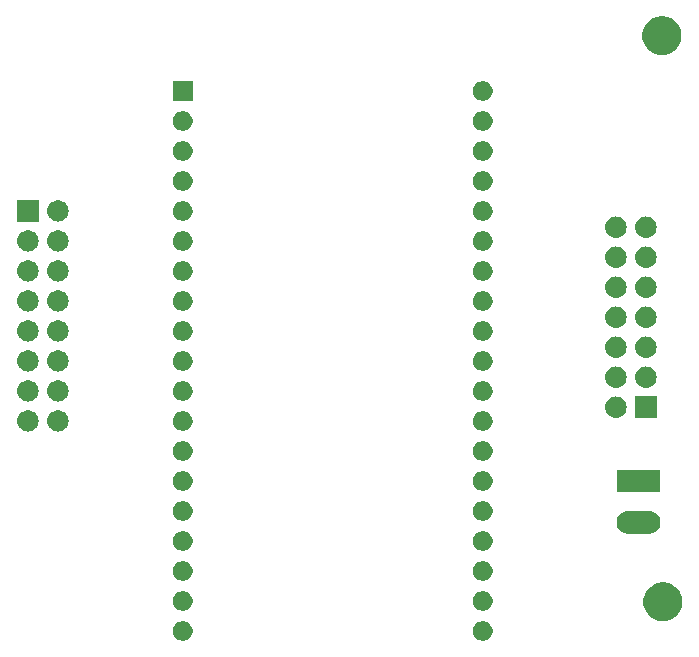
<source format=gbr>
G04 #@! TF.GenerationSoftware,KiCad,Pcbnew,5.0.2-bee76a0~70~ubuntu18.04.1*
G04 #@! TF.CreationDate,2020-08-05T10:07:10+02:00*
G04 #@! TF.ProjectId,panel_led,70616e65-6c5f-46c6-9564-2e6b69636164,rev?*
G04 #@! TF.SameCoordinates,Original*
G04 #@! TF.FileFunction,Soldermask,Bot*
G04 #@! TF.FilePolarity,Negative*
%FSLAX46Y46*%
G04 Gerber Fmt 4.6, Leading zero omitted, Abs format (unit mm)*
G04 Created by KiCad (PCBNEW 5.0.2-bee76a0~70~ubuntu18.04.1) date mié 05 ago 2020 10:07:10 CEST*
%MOMM*%
%LPD*%
G01*
G04 APERTURE LIST*
%ADD10C,0.100000*%
G04 APERTURE END LIST*
D10*
G36*
X162192791Y-120868134D02*
X162192793Y-120868135D01*
X162192794Y-120868135D01*
X162344026Y-120930777D01*
X162344027Y-120930778D01*
X162480135Y-121021722D01*
X162595878Y-121137465D01*
X162595880Y-121137468D01*
X162686823Y-121273574D01*
X162749465Y-121424806D01*
X162781400Y-121585354D01*
X162781400Y-121749046D01*
X162749465Y-121909594D01*
X162686823Y-122060826D01*
X162686822Y-122060827D01*
X162595878Y-122196935D01*
X162480135Y-122312678D01*
X162480132Y-122312680D01*
X162344026Y-122403623D01*
X162192794Y-122466265D01*
X162192793Y-122466265D01*
X162192791Y-122466266D01*
X162032248Y-122498200D01*
X161868552Y-122498200D01*
X161708009Y-122466266D01*
X161708007Y-122466265D01*
X161708006Y-122466265D01*
X161556774Y-122403623D01*
X161420668Y-122312680D01*
X161420665Y-122312678D01*
X161304922Y-122196935D01*
X161213978Y-122060827D01*
X161213977Y-122060826D01*
X161151335Y-121909594D01*
X161119400Y-121749046D01*
X161119400Y-121585354D01*
X161151335Y-121424806D01*
X161213977Y-121273574D01*
X161304920Y-121137468D01*
X161304922Y-121137465D01*
X161420665Y-121021722D01*
X161556773Y-120930778D01*
X161556774Y-120930777D01*
X161708006Y-120868135D01*
X161708007Y-120868135D01*
X161708009Y-120868134D01*
X161868552Y-120836200D01*
X162032248Y-120836200D01*
X162192791Y-120868134D01*
X162192791Y-120868134D01*
G37*
G36*
X136792791Y-120868134D02*
X136792793Y-120868135D01*
X136792794Y-120868135D01*
X136944026Y-120930777D01*
X136944027Y-120930778D01*
X137080135Y-121021722D01*
X137195878Y-121137465D01*
X137195880Y-121137468D01*
X137286823Y-121273574D01*
X137349465Y-121424806D01*
X137381400Y-121585354D01*
X137381400Y-121749046D01*
X137349465Y-121909594D01*
X137286823Y-122060826D01*
X137286822Y-122060827D01*
X137195878Y-122196935D01*
X137080135Y-122312678D01*
X137080132Y-122312680D01*
X136944026Y-122403623D01*
X136792794Y-122466265D01*
X136792793Y-122466265D01*
X136792791Y-122466266D01*
X136632248Y-122498200D01*
X136468552Y-122498200D01*
X136308009Y-122466266D01*
X136308007Y-122466265D01*
X136308006Y-122466265D01*
X136156774Y-122403623D01*
X136020668Y-122312680D01*
X136020665Y-122312678D01*
X135904922Y-122196935D01*
X135813978Y-122060827D01*
X135813977Y-122060826D01*
X135751335Y-121909594D01*
X135719400Y-121749046D01*
X135719400Y-121585354D01*
X135751335Y-121424806D01*
X135813977Y-121273574D01*
X135904920Y-121137468D01*
X135904922Y-121137465D01*
X136020665Y-121021722D01*
X136156773Y-120930778D01*
X136156774Y-120930777D01*
X136308006Y-120868135D01*
X136308007Y-120868135D01*
X136308009Y-120868134D01*
X136468552Y-120836200D01*
X136632248Y-120836200D01*
X136792791Y-120868134D01*
X136792791Y-120868134D01*
G37*
G36*
X177578356Y-117580798D02*
X177684679Y-117601947D01*
X177985142Y-117726403D01*
X178251952Y-117904680D01*
X178255554Y-117907087D01*
X178485513Y-118137046D01*
X178485515Y-118137049D01*
X178666197Y-118407458D01*
X178744901Y-118597465D01*
X178790653Y-118707922D01*
X178854100Y-119026889D01*
X178854100Y-119352111D01*
X178790653Y-119671078D01*
X178666198Y-119971540D01*
X178485513Y-120241954D01*
X178255554Y-120471913D01*
X178255551Y-120471915D01*
X177985142Y-120652597D01*
X177684679Y-120777053D01*
X177578356Y-120798202D01*
X177365711Y-120840500D01*
X177040489Y-120840500D01*
X176827844Y-120798202D01*
X176721521Y-120777053D01*
X176421058Y-120652597D01*
X176150649Y-120471915D01*
X176150646Y-120471913D01*
X175920687Y-120241954D01*
X175740002Y-119971540D01*
X175615547Y-119671078D01*
X175552100Y-119352111D01*
X175552100Y-119026889D01*
X175615547Y-118707922D01*
X175661300Y-118597465D01*
X175740003Y-118407458D01*
X175920685Y-118137049D01*
X175920687Y-118137046D01*
X176150646Y-117907087D01*
X176154248Y-117904680D01*
X176421058Y-117726403D01*
X176721521Y-117601947D01*
X176827844Y-117580798D01*
X177040489Y-117538500D01*
X177365711Y-117538500D01*
X177578356Y-117580798D01*
X177578356Y-117580798D01*
G37*
G36*
X136792791Y-118328134D02*
X136792793Y-118328135D01*
X136792794Y-118328135D01*
X136944026Y-118390777D01*
X136944027Y-118390778D01*
X137080135Y-118481722D01*
X137195878Y-118597465D01*
X137195880Y-118597468D01*
X137286823Y-118733574D01*
X137349465Y-118884806D01*
X137349466Y-118884809D01*
X137381400Y-119045352D01*
X137381400Y-119209046D01*
X137349465Y-119369594D01*
X137286823Y-119520826D01*
X137286822Y-119520827D01*
X137195878Y-119656935D01*
X137080135Y-119772678D01*
X137080132Y-119772680D01*
X136944026Y-119863623D01*
X136792794Y-119926265D01*
X136792793Y-119926265D01*
X136792791Y-119926266D01*
X136632248Y-119958200D01*
X136468552Y-119958200D01*
X136308009Y-119926266D01*
X136308007Y-119926265D01*
X136308006Y-119926265D01*
X136156774Y-119863623D01*
X136020668Y-119772680D01*
X136020665Y-119772678D01*
X135904922Y-119656935D01*
X135813978Y-119520827D01*
X135813977Y-119520826D01*
X135751335Y-119369594D01*
X135719400Y-119209046D01*
X135719400Y-119045352D01*
X135751334Y-118884809D01*
X135751335Y-118884806D01*
X135813977Y-118733574D01*
X135904920Y-118597468D01*
X135904922Y-118597465D01*
X136020665Y-118481722D01*
X136156773Y-118390778D01*
X136156774Y-118390777D01*
X136308006Y-118328135D01*
X136308007Y-118328135D01*
X136308009Y-118328134D01*
X136468552Y-118296200D01*
X136632248Y-118296200D01*
X136792791Y-118328134D01*
X136792791Y-118328134D01*
G37*
G36*
X162192791Y-118328134D02*
X162192793Y-118328135D01*
X162192794Y-118328135D01*
X162344026Y-118390777D01*
X162344027Y-118390778D01*
X162480135Y-118481722D01*
X162595878Y-118597465D01*
X162595880Y-118597468D01*
X162686823Y-118733574D01*
X162749465Y-118884806D01*
X162749466Y-118884809D01*
X162781400Y-119045352D01*
X162781400Y-119209046D01*
X162749465Y-119369594D01*
X162686823Y-119520826D01*
X162686822Y-119520827D01*
X162595878Y-119656935D01*
X162480135Y-119772678D01*
X162480132Y-119772680D01*
X162344026Y-119863623D01*
X162192794Y-119926265D01*
X162192793Y-119926265D01*
X162192791Y-119926266D01*
X162032248Y-119958200D01*
X161868552Y-119958200D01*
X161708009Y-119926266D01*
X161708007Y-119926265D01*
X161708006Y-119926265D01*
X161556774Y-119863623D01*
X161420668Y-119772680D01*
X161420665Y-119772678D01*
X161304922Y-119656935D01*
X161213978Y-119520827D01*
X161213977Y-119520826D01*
X161151335Y-119369594D01*
X161119400Y-119209046D01*
X161119400Y-119045352D01*
X161151334Y-118884809D01*
X161151335Y-118884806D01*
X161213977Y-118733574D01*
X161304920Y-118597468D01*
X161304922Y-118597465D01*
X161420665Y-118481722D01*
X161556773Y-118390778D01*
X161556774Y-118390777D01*
X161708006Y-118328135D01*
X161708007Y-118328135D01*
X161708009Y-118328134D01*
X161868552Y-118296200D01*
X162032248Y-118296200D01*
X162192791Y-118328134D01*
X162192791Y-118328134D01*
G37*
G36*
X136792791Y-115788134D02*
X136792793Y-115788135D01*
X136792794Y-115788135D01*
X136944026Y-115850777D01*
X136944027Y-115850778D01*
X137080135Y-115941722D01*
X137195878Y-116057465D01*
X137195880Y-116057468D01*
X137286823Y-116193574D01*
X137349465Y-116344806D01*
X137381400Y-116505354D01*
X137381400Y-116669046D01*
X137349465Y-116829594D01*
X137286823Y-116980826D01*
X137286822Y-116980827D01*
X137195878Y-117116935D01*
X137080135Y-117232678D01*
X137080132Y-117232680D01*
X136944026Y-117323623D01*
X136792794Y-117386265D01*
X136792793Y-117386265D01*
X136792791Y-117386266D01*
X136632248Y-117418200D01*
X136468552Y-117418200D01*
X136308009Y-117386266D01*
X136308007Y-117386265D01*
X136308006Y-117386265D01*
X136156774Y-117323623D01*
X136020668Y-117232680D01*
X136020665Y-117232678D01*
X135904922Y-117116935D01*
X135813978Y-116980827D01*
X135813977Y-116980826D01*
X135751335Y-116829594D01*
X135719400Y-116669046D01*
X135719400Y-116505354D01*
X135751335Y-116344806D01*
X135813977Y-116193574D01*
X135904920Y-116057468D01*
X135904922Y-116057465D01*
X136020665Y-115941722D01*
X136156773Y-115850778D01*
X136156774Y-115850777D01*
X136308006Y-115788135D01*
X136308007Y-115788135D01*
X136308009Y-115788134D01*
X136468552Y-115756200D01*
X136632248Y-115756200D01*
X136792791Y-115788134D01*
X136792791Y-115788134D01*
G37*
G36*
X162192791Y-115788134D02*
X162192793Y-115788135D01*
X162192794Y-115788135D01*
X162344026Y-115850777D01*
X162344027Y-115850778D01*
X162480135Y-115941722D01*
X162595878Y-116057465D01*
X162595880Y-116057468D01*
X162686823Y-116193574D01*
X162749465Y-116344806D01*
X162781400Y-116505354D01*
X162781400Y-116669046D01*
X162749465Y-116829594D01*
X162686823Y-116980826D01*
X162686822Y-116980827D01*
X162595878Y-117116935D01*
X162480135Y-117232678D01*
X162480132Y-117232680D01*
X162344026Y-117323623D01*
X162192794Y-117386265D01*
X162192793Y-117386265D01*
X162192791Y-117386266D01*
X162032248Y-117418200D01*
X161868552Y-117418200D01*
X161708009Y-117386266D01*
X161708007Y-117386265D01*
X161708006Y-117386265D01*
X161556774Y-117323623D01*
X161420668Y-117232680D01*
X161420665Y-117232678D01*
X161304922Y-117116935D01*
X161213978Y-116980827D01*
X161213977Y-116980826D01*
X161151335Y-116829594D01*
X161119400Y-116669046D01*
X161119400Y-116505354D01*
X161151335Y-116344806D01*
X161213977Y-116193574D01*
X161304920Y-116057468D01*
X161304922Y-116057465D01*
X161420665Y-115941722D01*
X161556773Y-115850778D01*
X161556774Y-115850777D01*
X161708006Y-115788135D01*
X161708007Y-115788135D01*
X161708009Y-115788134D01*
X161868552Y-115756200D01*
X162032248Y-115756200D01*
X162192791Y-115788134D01*
X162192791Y-115788134D01*
G37*
G36*
X162192791Y-113248134D02*
X162192793Y-113248135D01*
X162192794Y-113248135D01*
X162344026Y-113310777D01*
X162478301Y-113400496D01*
X162480135Y-113401722D01*
X162595878Y-113517465D01*
X162595880Y-113517468D01*
X162686823Y-113653574D01*
X162749465Y-113804806D01*
X162781400Y-113965354D01*
X162781400Y-114129046D01*
X162749465Y-114289594D01*
X162686823Y-114440826D01*
X162686822Y-114440827D01*
X162595878Y-114576935D01*
X162480135Y-114692678D01*
X162480132Y-114692680D01*
X162344026Y-114783623D01*
X162192794Y-114846265D01*
X162192793Y-114846265D01*
X162192791Y-114846266D01*
X162032248Y-114878200D01*
X161868552Y-114878200D01*
X161708009Y-114846266D01*
X161708007Y-114846265D01*
X161708006Y-114846265D01*
X161556774Y-114783623D01*
X161420668Y-114692680D01*
X161420665Y-114692678D01*
X161304922Y-114576935D01*
X161213978Y-114440827D01*
X161213977Y-114440826D01*
X161151335Y-114289594D01*
X161119400Y-114129046D01*
X161119400Y-113965354D01*
X161151335Y-113804806D01*
X161213977Y-113653574D01*
X161304920Y-113517468D01*
X161304922Y-113517465D01*
X161420665Y-113401722D01*
X161422499Y-113400496D01*
X161556774Y-113310777D01*
X161708006Y-113248135D01*
X161708007Y-113248135D01*
X161708009Y-113248134D01*
X161868552Y-113216200D01*
X162032248Y-113216200D01*
X162192791Y-113248134D01*
X162192791Y-113248134D01*
G37*
G36*
X136792791Y-113248134D02*
X136792793Y-113248135D01*
X136792794Y-113248135D01*
X136944026Y-113310777D01*
X137078301Y-113400496D01*
X137080135Y-113401722D01*
X137195878Y-113517465D01*
X137195880Y-113517468D01*
X137286823Y-113653574D01*
X137349465Y-113804806D01*
X137381400Y-113965354D01*
X137381400Y-114129046D01*
X137349465Y-114289594D01*
X137286823Y-114440826D01*
X137286822Y-114440827D01*
X137195878Y-114576935D01*
X137080135Y-114692678D01*
X137080132Y-114692680D01*
X136944026Y-114783623D01*
X136792794Y-114846265D01*
X136792793Y-114846265D01*
X136792791Y-114846266D01*
X136632248Y-114878200D01*
X136468552Y-114878200D01*
X136308009Y-114846266D01*
X136308007Y-114846265D01*
X136308006Y-114846265D01*
X136156774Y-114783623D01*
X136020668Y-114692680D01*
X136020665Y-114692678D01*
X135904922Y-114576935D01*
X135813978Y-114440827D01*
X135813977Y-114440826D01*
X135751335Y-114289594D01*
X135719400Y-114129046D01*
X135719400Y-113965354D01*
X135751335Y-113804806D01*
X135813977Y-113653574D01*
X135904920Y-113517468D01*
X135904922Y-113517465D01*
X136020665Y-113401722D01*
X136022499Y-113400496D01*
X136156774Y-113310777D01*
X136308006Y-113248135D01*
X136308007Y-113248135D01*
X136308009Y-113248134D01*
X136468552Y-113216200D01*
X136632248Y-113216200D01*
X136792791Y-113248134D01*
X136792791Y-113248134D01*
G37*
G36*
X176224505Y-111531300D02*
X176224508Y-111531301D01*
X176224509Y-111531301D01*
X176403773Y-111585680D01*
X176403775Y-111585681D01*
X176568985Y-111673988D01*
X176713792Y-111792828D01*
X176832632Y-111937635D01*
X176832633Y-111937637D01*
X176920940Y-112102847D01*
X176963644Y-112243623D01*
X176975320Y-112282115D01*
X176993681Y-112468540D01*
X176975320Y-112654965D01*
X176920939Y-112834235D01*
X176832632Y-112999445D01*
X176713792Y-113144252D01*
X176568985Y-113263092D01*
X176568983Y-113263093D01*
X176403773Y-113351400D01*
X176224509Y-113405779D01*
X176224508Y-113405779D01*
X176224505Y-113405780D01*
X176084798Y-113419540D01*
X174191362Y-113419540D01*
X174051655Y-113405780D01*
X174051652Y-113405779D01*
X174051651Y-113405779D01*
X173872387Y-113351400D01*
X173707177Y-113263093D01*
X173707175Y-113263092D01*
X173562368Y-113144252D01*
X173443528Y-112999445D01*
X173355221Y-112834235D01*
X173300840Y-112654965D01*
X173282479Y-112468540D01*
X173300840Y-112282115D01*
X173312516Y-112243623D01*
X173355220Y-112102847D01*
X173443527Y-111937637D01*
X173443528Y-111937635D01*
X173562368Y-111792828D01*
X173707175Y-111673988D01*
X173872385Y-111585681D01*
X173872387Y-111585680D01*
X174051651Y-111531301D01*
X174051652Y-111531301D01*
X174051655Y-111531300D01*
X174191362Y-111517540D01*
X176084798Y-111517540D01*
X176224505Y-111531300D01*
X176224505Y-111531300D01*
G37*
G36*
X136792791Y-110708134D02*
X136792793Y-110708135D01*
X136792794Y-110708135D01*
X136944026Y-110770777D01*
X136944027Y-110770778D01*
X137080135Y-110861722D01*
X137195878Y-110977465D01*
X137195880Y-110977468D01*
X137286823Y-111113574D01*
X137349465Y-111264806D01*
X137349466Y-111264809D01*
X137381400Y-111425352D01*
X137381400Y-111589048D01*
X137364505Y-111673987D01*
X137349465Y-111749594D01*
X137286823Y-111900826D01*
X137197104Y-112035101D01*
X137195878Y-112036935D01*
X137080135Y-112152678D01*
X137080132Y-112152680D01*
X136944026Y-112243623D01*
X136792794Y-112306265D01*
X136792793Y-112306265D01*
X136792791Y-112306266D01*
X136632248Y-112338200D01*
X136468552Y-112338200D01*
X136308009Y-112306266D01*
X136308007Y-112306265D01*
X136308006Y-112306265D01*
X136156774Y-112243623D01*
X136020668Y-112152680D01*
X136020665Y-112152678D01*
X135904922Y-112036935D01*
X135903696Y-112035101D01*
X135813977Y-111900826D01*
X135751335Y-111749594D01*
X135736296Y-111673987D01*
X135719400Y-111589048D01*
X135719400Y-111425352D01*
X135751334Y-111264809D01*
X135751335Y-111264806D01*
X135813977Y-111113574D01*
X135904920Y-110977468D01*
X135904922Y-110977465D01*
X136020665Y-110861722D01*
X136156773Y-110770778D01*
X136156774Y-110770777D01*
X136308006Y-110708135D01*
X136308007Y-110708135D01*
X136308009Y-110708134D01*
X136468552Y-110676200D01*
X136632248Y-110676200D01*
X136792791Y-110708134D01*
X136792791Y-110708134D01*
G37*
G36*
X162192791Y-110708134D02*
X162192793Y-110708135D01*
X162192794Y-110708135D01*
X162344026Y-110770777D01*
X162344027Y-110770778D01*
X162480135Y-110861722D01*
X162595878Y-110977465D01*
X162595880Y-110977468D01*
X162686823Y-111113574D01*
X162749465Y-111264806D01*
X162749466Y-111264809D01*
X162781400Y-111425352D01*
X162781400Y-111589048D01*
X162764505Y-111673987D01*
X162749465Y-111749594D01*
X162686823Y-111900826D01*
X162597104Y-112035101D01*
X162595878Y-112036935D01*
X162480135Y-112152678D01*
X162480132Y-112152680D01*
X162344026Y-112243623D01*
X162192794Y-112306265D01*
X162192793Y-112306265D01*
X162192791Y-112306266D01*
X162032248Y-112338200D01*
X161868552Y-112338200D01*
X161708009Y-112306266D01*
X161708007Y-112306265D01*
X161708006Y-112306265D01*
X161556774Y-112243623D01*
X161420668Y-112152680D01*
X161420665Y-112152678D01*
X161304922Y-112036935D01*
X161303696Y-112035101D01*
X161213977Y-111900826D01*
X161151335Y-111749594D01*
X161136296Y-111673987D01*
X161119400Y-111589048D01*
X161119400Y-111425352D01*
X161151334Y-111264809D01*
X161151335Y-111264806D01*
X161213977Y-111113574D01*
X161304920Y-110977468D01*
X161304922Y-110977465D01*
X161420665Y-110861722D01*
X161556773Y-110770778D01*
X161556774Y-110770777D01*
X161708006Y-110708135D01*
X161708007Y-110708135D01*
X161708009Y-110708134D01*
X161868552Y-110676200D01*
X162032248Y-110676200D01*
X162192791Y-110708134D01*
X162192791Y-110708134D01*
G37*
G36*
X176848998Y-108021474D02*
X176881504Y-108031335D01*
X176911463Y-108047348D01*
X176937721Y-108068899D01*
X176959272Y-108095157D01*
X176975285Y-108125116D01*
X176985146Y-108157622D01*
X176989080Y-108197569D01*
X176989080Y-109739511D01*
X176985146Y-109779458D01*
X176975285Y-109811964D01*
X176959272Y-109841923D01*
X176937721Y-109868181D01*
X176911463Y-109889732D01*
X176881504Y-109905745D01*
X176848998Y-109915606D01*
X176809051Y-109919540D01*
X173467109Y-109919540D01*
X173427162Y-109915606D01*
X173394656Y-109905745D01*
X173364697Y-109889732D01*
X173338439Y-109868181D01*
X173316888Y-109841923D01*
X173300875Y-109811964D01*
X173291014Y-109779458D01*
X173287080Y-109739511D01*
X173287080Y-108197569D01*
X173291014Y-108157622D01*
X173300875Y-108125116D01*
X173316888Y-108095157D01*
X173338439Y-108068899D01*
X173364697Y-108047348D01*
X173394656Y-108031335D01*
X173427162Y-108021474D01*
X173467109Y-108017540D01*
X176809051Y-108017540D01*
X176848998Y-108021474D01*
X176848998Y-108021474D01*
G37*
G36*
X136792791Y-108168134D02*
X136792793Y-108168135D01*
X136792794Y-108168135D01*
X136944026Y-108230777D01*
X136944027Y-108230778D01*
X137080135Y-108321722D01*
X137195878Y-108437465D01*
X137195880Y-108437468D01*
X137286823Y-108573574D01*
X137349465Y-108724806D01*
X137381400Y-108885354D01*
X137381400Y-109049046D01*
X137349465Y-109209594D01*
X137286823Y-109360826D01*
X137286822Y-109360827D01*
X137195878Y-109496935D01*
X137080135Y-109612678D01*
X137080132Y-109612680D01*
X136944026Y-109703623D01*
X136792794Y-109766265D01*
X136792793Y-109766265D01*
X136792791Y-109766266D01*
X136632248Y-109798200D01*
X136468552Y-109798200D01*
X136308009Y-109766266D01*
X136308007Y-109766265D01*
X136308006Y-109766265D01*
X136156774Y-109703623D01*
X136020668Y-109612680D01*
X136020665Y-109612678D01*
X135904922Y-109496935D01*
X135813978Y-109360827D01*
X135813977Y-109360826D01*
X135751335Y-109209594D01*
X135719400Y-109049046D01*
X135719400Y-108885354D01*
X135751335Y-108724806D01*
X135813977Y-108573574D01*
X135904920Y-108437468D01*
X135904922Y-108437465D01*
X136020665Y-108321722D01*
X136156773Y-108230778D01*
X136156774Y-108230777D01*
X136308006Y-108168135D01*
X136308007Y-108168135D01*
X136308009Y-108168134D01*
X136468552Y-108136200D01*
X136632248Y-108136200D01*
X136792791Y-108168134D01*
X136792791Y-108168134D01*
G37*
G36*
X162192791Y-108168134D02*
X162192793Y-108168135D01*
X162192794Y-108168135D01*
X162344026Y-108230777D01*
X162344027Y-108230778D01*
X162480135Y-108321722D01*
X162595878Y-108437465D01*
X162595880Y-108437468D01*
X162686823Y-108573574D01*
X162749465Y-108724806D01*
X162781400Y-108885354D01*
X162781400Y-109049046D01*
X162749465Y-109209594D01*
X162686823Y-109360826D01*
X162686822Y-109360827D01*
X162595878Y-109496935D01*
X162480135Y-109612678D01*
X162480132Y-109612680D01*
X162344026Y-109703623D01*
X162192794Y-109766265D01*
X162192793Y-109766265D01*
X162192791Y-109766266D01*
X162032248Y-109798200D01*
X161868552Y-109798200D01*
X161708009Y-109766266D01*
X161708007Y-109766265D01*
X161708006Y-109766265D01*
X161556774Y-109703623D01*
X161420668Y-109612680D01*
X161420665Y-109612678D01*
X161304922Y-109496935D01*
X161213978Y-109360827D01*
X161213977Y-109360826D01*
X161151335Y-109209594D01*
X161119400Y-109049046D01*
X161119400Y-108885354D01*
X161151335Y-108724806D01*
X161213977Y-108573574D01*
X161304920Y-108437468D01*
X161304922Y-108437465D01*
X161420665Y-108321722D01*
X161556773Y-108230778D01*
X161556774Y-108230777D01*
X161708006Y-108168135D01*
X161708007Y-108168135D01*
X161708009Y-108168134D01*
X161868552Y-108136200D01*
X162032248Y-108136200D01*
X162192791Y-108168134D01*
X162192791Y-108168134D01*
G37*
G36*
X136792791Y-105628134D02*
X136792793Y-105628135D01*
X136792794Y-105628135D01*
X136944026Y-105690777D01*
X136944027Y-105690778D01*
X137080135Y-105781722D01*
X137195878Y-105897465D01*
X137195880Y-105897468D01*
X137286823Y-106033574D01*
X137349465Y-106184806D01*
X137381400Y-106345354D01*
X137381400Y-106509046D01*
X137349465Y-106669594D01*
X137286823Y-106820826D01*
X137286822Y-106820827D01*
X137195878Y-106956935D01*
X137080135Y-107072678D01*
X137080132Y-107072680D01*
X136944026Y-107163623D01*
X136792794Y-107226265D01*
X136792793Y-107226265D01*
X136792791Y-107226266D01*
X136632248Y-107258200D01*
X136468552Y-107258200D01*
X136308009Y-107226266D01*
X136308007Y-107226265D01*
X136308006Y-107226265D01*
X136156774Y-107163623D01*
X136020668Y-107072680D01*
X136020665Y-107072678D01*
X135904922Y-106956935D01*
X135813978Y-106820827D01*
X135813977Y-106820826D01*
X135751335Y-106669594D01*
X135719400Y-106509046D01*
X135719400Y-106345354D01*
X135751335Y-106184806D01*
X135813977Y-106033574D01*
X135904920Y-105897468D01*
X135904922Y-105897465D01*
X136020665Y-105781722D01*
X136156773Y-105690778D01*
X136156774Y-105690777D01*
X136308006Y-105628135D01*
X136308007Y-105628135D01*
X136308009Y-105628134D01*
X136468552Y-105596200D01*
X136632248Y-105596200D01*
X136792791Y-105628134D01*
X136792791Y-105628134D01*
G37*
G36*
X162192791Y-105628134D02*
X162192793Y-105628135D01*
X162192794Y-105628135D01*
X162344026Y-105690777D01*
X162344027Y-105690778D01*
X162480135Y-105781722D01*
X162595878Y-105897465D01*
X162595880Y-105897468D01*
X162686823Y-106033574D01*
X162749465Y-106184806D01*
X162781400Y-106345354D01*
X162781400Y-106509046D01*
X162749465Y-106669594D01*
X162686823Y-106820826D01*
X162686822Y-106820827D01*
X162595878Y-106956935D01*
X162480135Y-107072678D01*
X162480132Y-107072680D01*
X162344026Y-107163623D01*
X162192794Y-107226265D01*
X162192793Y-107226265D01*
X162192791Y-107226266D01*
X162032248Y-107258200D01*
X161868552Y-107258200D01*
X161708009Y-107226266D01*
X161708007Y-107226265D01*
X161708006Y-107226265D01*
X161556774Y-107163623D01*
X161420668Y-107072680D01*
X161420665Y-107072678D01*
X161304922Y-106956935D01*
X161213978Y-106820827D01*
X161213977Y-106820826D01*
X161151335Y-106669594D01*
X161119400Y-106509046D01*
X161119400Y-106345354D01*
X161151335Y-106184806D01*
X161213977Y-106033574D01*
X161304920Y-105897468D01*
X161304922Y-105897465D01*
X161420665Y-105781722D01*
X161556773Y-105690778D01*
X161556774Y-105690777D01*
X161708006Y-105628135D01*
X161708007Y-105628135D01*
X161708009Y-105628134D01*
X161868552Y-105596200D01*
X162032248Y-105596200D01*
X162192791Y-105628134D01*
X162192791Y-105628134D01*
G37*
G36*
X126094443Y-102991519D02*
X126160627Y-102998037D01*
X126273853Y-103032384D01*
X126330467Y-103049557D01*
X126402638Y-103088134D01*
X126486991Y-103133222D01*
X126508383Y-103150778D01*
X126624186Y-103245814D01*
X126707448Y-103347271D01*
X126736778Y-103383009D01*
X126736779Y-103383011D01*
X126820443Y-103539533D01*
X126820443Y-103539534D01*
X126871963Y-103709373D01*
X126889359Y-103886000D01*
X126871963Y-104062627D01*
X126851649Y-104129594D01*
X126820443Y-104232467D01*
X126746348Y-104371087D01*
X126736778Y-104388991D01*
X126713847Y-104416932D01*
X126624186Y-104526186D01*
X126522729Y-104609448D01*
X126486991Y-104638778D01*
X126486989Y-104638779D01*
X126330467Y-104722443D01*
X126273853Y-104739616D01*
X126160627Y-104773963D01*
X126094442Y-104780482D01*
X126028260Y-104787000D01*
X125939740Y-104787000D01*
X125873558Y-104780482D01*
X125807373Y-104773963D01*
X125694147Y-104739616D01*
X125637533Y-104722443D01*
X125481011Y-104638779D01*
X125481009Y-104638778D01*
X125445271Y-104609448D01*
X125343814Y-104526186D01*
X125254153Y-104416932D01*
X125231222Y-104388991D01*
X125221652Y-104371087D01*
X125147557Y-104232467D01*
X125116351Y-104129594D01*
X125096037Y-104062627D01*
X125078641Y-103886000D01*
X125096037Y-103709373D01*
X125147557Y-103539534D01*
X125147557Y-103539533D01*
X125231221Y-103383011D01*
X125231222Y-103383009D01*
X125260552Y-103347271D01*
X125343814Y-103245814D01*
X125459617Y-103150778D01*
X125481009Y-103133222D01*
X125565362Y-103088134D01*
X125637533Y-103049557D01*
X125694147Y-103032384D01*
X125807373Y-102998037D01*
X125873557Y-102991519D01*
X125939740Y-102985000D01*
X126028260Y-102985000D01*
X126094443Y-102991519D01*
X126094443Y-102991519D01*
G37*
G36*
X123554443Y-102991519D02*
X123620627Y-102998037D01*
X123733853Y-103032384D01*
X123790467Y-103049557D01*
X123862638Y-103088134D01*
X123946991Y-103133222D01*
X123968383Y-103150778D01*
X124084186Y-103245814D01*
X124167448Y-103347271D01*
X124196778Y-103383009D01*
X124196779Y-103383011D01*
X124280443Y-103539533D01*
X124280443Y-103539534D01*
X124331963Y-103709373D01*
X124349359Y-103886000D01*
X124331963Y-104062627D01*
X124311649Y-104129594D01*
X124280443Y-104232467D01*
X124206348Y-104371087D01*
X124196778Y-104388991D01*
X124173847Y-104416932D01*
X124084186Y-104526186D01*
X123982729Y-104609448D01*
X123946991Y-104638778D01*
X123946989Y-104638779D01*
X123790467Y-104722443D01*
X123733853Y-104739616D01*
X123620627Y-104773963D01*
X123554442Y-104780482D01*
X123488260Y-104787000D01*
X123399740Y-104787000D01*
X123333558Y-104780482D01*
X123267373Y-104773963D01*
X123154147Y-104739616D01*
X123097533Y-104722443D01*
X122941011Y-104638779D01*
X122941009Y-104638778D01*
X122905271Y-104609448D01*
X122803814Y-104526186D01*
X122714153Y-104416932D01*
X122691222Y-104388991D01*
X122681652Y-104371087D01*
X122607557Y-104232467D01*
X122576351Y-104129594D01*
X122556037Y-104062627D01*
X122538641Y-103886000D01*
X122556037Y-103709373D01*
X122607557Y-103539534D01*
X122607557Y-103539533D01*
X122691221Y-103383011D01*
X122691222Y-103383009D01*
X122720552Y-103347271D01*
X122803814Y-103245814D01*
X122919617Y-103150778D01*
X122941009Y-103133222D01*
X123025362Y-103088134D01*
X123097533Y-103049557D01*
X123154147Y-103032384D01*
X123267373Y-102998037D01*
X123333557Y-102991519D01*
X123399740Y-102985000D01*
X123488260Y-102985000D01*
X123554443Y-102991519D01*
X123554443Y-102991519D01*
G37*
G36*
X162192791Y-103088134D02*
X162192793Y-103088135D01*
X162192794Y-103088135D01*
X162344026Y-103150777D01*
X162344027Y-103150778D01*
X162480135Y-103241722D01*
X162595878Y-103357465D01*
X162595880Y-103357468D01*
X162686823Y-103493574D01*
X162733210Y-103605563D01*
X162749466Y-103644809D01*
X162762309Y-103709375D01*
X162781400Y-103805354D01*
X162781400Y-103969046D01*
X162749465Y-104129594D01*
X162686823Y-104280826D01*
X162597104Y-104415101D01*
X162595878Y-104416935D01*
X162480135Y-104532678D01*
X162480132Y-104532680D01*
X162344026Y-104623623D01*
X162192794Y-104686265D01*
X162192793Y-104686265D01*
X162192791Y-104686266D01*
X162032248Y-104718200D01*
X161868552Y-104718200D01*
X161708009Y-104686266D01*
X161708007Y-104686265D01*
X161708006Y-104686265D01*
X161556774Y-104623623D01*
X161420668Y-104532680D01*
X161420665Y-104532678D01*
X161304922Y-104416935D01*
X161303696Y-104415101D01*
X161213977Y-104280826D01*
X161151335Y-104129594D01*
X161119400Y-103969046D01*
X161119400Y-103805354D01*
X161138491Y-103709375D01*
X161151334Y-103644809D01*
X161167590Y-103605563D01*
X161213977Y-103493574D01*
X161304920Y-103357468D01*
X161304922Y-103357465D01*
X161420665Y-103241722D01*
X161556773Y-103150778D01*
X161556774Y-103150777D01*
X161708006Y-103088135D01*
X161708007Y-103088135D01*
X161708009Y-103088134D01*
X161868552Y-103056200D01*
X162032248Y-103056200D01*
X162192791Y-103088134D01*
X162192791Y-103088134D01*
G37*
G36*
X136792791Y-103088134D02*
X136792793Y-103088135D01*
X136792794Y-103088135D01*
X136944026Y-103150777D01*
X136944027Y-103150778D01*
X137080135Y-103241722D01*
X137195878Y-103357465D01*
X137195880Y-103357468D01*
X137286823Y-103493574D01*
X137333210Y-103605563D01*
X137349466Y-103644809D01*
X137362309Y-103709375D01*
X137381400Y-103805354D01*
X137381400Y-103969046D01*
X137349465Y-104129594D01*
X137286823Y-104280826D01*
X137197104Y-104415101D01*
X137195878Y-104416935D01*
X137080135Y-104532678D01*
X137080132Y-104532680D01*
X136944026Y-104623623D01*
X136792794Y-104686265D01*
X136792793Y-104686265D01*
X136792791Y-104686266D01*
X136632248Y-104718200D01*
X136468552Y-104718200D01*
X136308009Y-104686266D01*
X136308007Y-104686265D01*
X136308006Y-104686265D01*
X136156774Y-104623623D01*
X136020668Y-104532680D01*
X136020665Y-104532678D01*
X135904922Y-104416935D01*
X135903696Y-104415101D01*
X135813977Y-104280826D01*
X135751335Y-104129594D01*
X135719400Y-103969046D01*
X135719400Y-103805354D01*
X135738491Y-103709375D01*
X135751334Y-103644809D01*
X135767590Y-103605563D01*
X135813977Y-103493574D01*
X135904920Y-103357468D01*
X135904922Y-103357465D01*
X136020665Y-103241722D01*
X136156773Y-103150778D01*
X136156774Y-103150777D01*
X136308006Y-103088135D01*
X136308007Y-103088135D01*
X136308009Y-103088134D01*
X136468552Y-103056200D01*
X136632248Y-103056200D01*
X136792791Y-103088134D01*
X136792791Y-103088134D01*
G37*
G36*
X176669000Y-103618600D02*
X174867000Y-103618600D01*
X174867000Y-101816600D01*
X176669000Y-101816600D01*
X176669000Y-103618600D01*
X176669000Y-103618600D01*
G37*
G36*
X173338443Y-101823119D02*
X173404627Y-101829637D01*
X173517853Y-101863984D01*
X173574467Y-101881157D01*
X173713087Y-101955252D01*
X173730991Y-101964822D01*
X173757023Y-101986186D01*
X173868186Y-102077414D01*
X173950898Y-102178200D01*
X173980778Y-102214609D01*
X173980779Y-102214611D01*
X174064443Y-102371133D01*
X174064443Y-102371134D01*
X174115963Y-102540973D01*
X174133359Y-102717600D01*
X174115963Y-102894227D01*
X174088427Y-102985000D01*
X174064443Y-103064067D01*
X174051578Y-103088135D01*
X173980778Y-103220591D01*
X173963436Y-103241722D01*
X173868186Y-103357786D01*
X173766729Y-103441048D01*
X173730991Y-103470378D01*
X173730989Y-103470379D01*
X173574467Y-103554043D01*
X173517853Y-103571216D01*
X173404627Y-103605563D01*
X173338442Y-103612082D01*
X173272260Y-103618600D01*
X173183740Y-103618600D01*
X173117557Y-103612081D01*
X173051373Y-103605563D01*
X172938147Y-103571216D01*
X172881533Y-103554043D01*
X172725011Y-103470379D01*
X172725009Y-103470378D01*
X172689271Y-103441048D01*
X172587814Y-103357786D01*
X172492564Y-103241722D01*
X172475222Y-103220591D01*
X172404422Y-103088135D01*
X172391557Y-103064067D01*
X172367573Y-102985000D01*
X172340037Y-102894227D01*
X172322641Y-102717600D01*
X172340037Y-102540973D01*
X172391557Y-102371134D01*
X172391557Y-102371133D01*
X172475221Y-102214611D01*
X172475222Y-102214609D01*
X172505102Y-102178200D01*
X172587814Y-102077414D01*
X172698977Y-101986186D01*
X172725009Y-101964822D01*
X172742913Y-101955252D01*
X172881533Y-101881157D01*
X172938147Y-101863984D01*
X173051373Y-101829637D01*
X173117557Y-101823119D01*
X173183740Y-101816600D01*
X173272260Y-101816600D01*
X173338443Y-101823119D01*
X173338443Y-101823119D01*
G37*
G36*
X123554443Y-100451519D02*
X123620627Y-100458037D01*
X123733853Y-100492384D01*
X123790467Y-100509557D01*
X123862638Y-100548134D01*
X123946991Y-100593222D01*
X123968383Y-100610778D01*
X124084186Y-100705814D01*
X124167448Y-100807271D01*
X124196778Y-100843009D01*
X124196779Y-100843011D01*
X124280443Y-100999533D01*
X124280443Y-100999534D01*
X124331963Y-101169373D01*
X124349359Y-101346000D01*
X124331963Y-101522627D01*
X124311649Y-101589594D01*
X124280443Y-101692467D01*
X124207123Y-101829637D01*
X124196778Y-101848991D01*
X124173847Y-101876932D01*
X124084186Y-101986186D01*
X123982729Y-102069448D01*
X123946991Y-102098778D01*
X123946989Y-102098779D01*
X123790467Y-102182443D01*
X123733853Y-102199616D01*
X123620627Y-102233963D01*
X123554443Y-102240481D01*
X123488260Y-102247000D01*
X123399740Y-102247000D01*
X123333557Y-102240481D01*
X123267373Y-102233963D01*
X123154147Y-102199616D01*
X123097533Y-102182443D01*
X122941011Y-102098779D01*
X122941009Y-102098778D01*
X122905271Y-102069448D01*
X122803814Y-101986186D01*
X122714153Y-101876932D01*
X122691222Y-101848991D01*
X122680877Y-101829637D01*
X122607557Y-101692467D01*
X122576351Y-101589594D01*
X122556037Y-101522627D01*
X122538641Y-101346000D01*
X122556037Y-101169373D01*
X122607557Y-100999534D01*
X122607557Y-100999533D01*
X122691221Y-100843011D01*
X122691222Y-100843009D01*
X122720552Y-100807271D01*
X122803814Y-100705814D01*
X122919617Y-100610778D01*
X122941009Y-100593222D01*
X123025362Y-100548134D01*
X123097533Y-100509557D01*
X123154147Y-100492384D01*
X123267373Y-100458037D01*
X123333557Y-100451519D01*
X123399740Y-100445000D01*
X123488260Y-100445000D01*
X123554443Y-100451519D01*
X123554443Y-100451519D01*
G37*
G36*
X126094443Y-100451519D02*
X126160627Y-100458037D01*
X126273853Y-100492384D01*
X126330467Y-100509557D01*
X126402638Y-100548134D01*
X126486991Y-100593222D01*
X126508383Y-100610778D01*
X126624186Y-100705814D01*
X126707448Y-100807271D01*
X126736778Y-100843009D01*
X126736779Y-100843011D01*
X126820443Y-100999533D01*
X126820443Y-100999534D01*
X126871963Y-101169373D01*
X126889359Y-101346000D01*
X126871963Y-101522627D01*
X126851649Y-101589594D01*
X126820443Y-101692467D01*
X126747123Y-101829637D01*
X126736778Y-101848991D01*
X126713847Y-101876932D01*
X126624186Y-101986186D01*
X126522729Y-102069448D01*
X126486991Y-102098778D01*
X126486989Y-102098779D01*
X126330467Y-102182443D01*
X126273853Y-102199616D01*
X126160627Y-102233963D01*
X126094443Y-102240481D01*
X126028260Y-102247000D01*
X125939740Y-102247000D01*
X125873557Y-102240481D01*
X125807373Y-102233963D01*
X125694147Y-102199616D01*
X125637533Y-102182443D01*
X125481011Y-102098779D01*
X125481009Y-102098778D01*
X125445271Y-102069448D01*
X125343814Y-101986186D01*
X125254153Y-101876932D01*
X125231222Y-101848991D01*
X125220877Y-101829637D01*
X125147557Y-101692467D01*
X125116351Y-101589594D01*
X125096037Y-101522627D01*
X125078641Y-101346000D01*
X125096037Y-101169373D01*
X125147557Y-100999534D01*
X125147557Y-100999533D01*
X125231221Y-100843011D01*
X125231222Y-100843009D01*
X125260552Y-100807271D01*
X125343814Y-100705814D01*
X125459617Y-100610778D01*
X125481009Y-100593222D01*
X125565362Y-100548134D01*
X125637533Y-100509557D01*
X125694147Y-100492384D01*
X125807373Y-100458037D01*
X125873557Y-100451519D01*
X125939740Y-100445000D01*
X126028260Y-100445000D01*
X126094443Y-100451519D01*
X126094443Y-100451519D01*
G37*
G36*
X162192791Y-100548134D02*
X162192793Y-100548135D01*
X162192794Y-100548135D01*
X162344026Y-100610777D01*
X162344027Y-100610778D01*
X162480135Y-100701722D01*
X162595878Y-100817465D01*
X162595880Y-100817468D01*
X162686823Y-100953574D01*
X162733210Y-101065563D01*
X162749466Y-101104809D01*
X162762309Y-101169375D01*
X162781400Y-101265354D01*
X162781400Y-101429046D01*
X162749465Y-101589594D01*
X162686823Y-101740826D01*
X162597104Y-101875101D01*
X162595878Y-101876935D01*
X162480135Y-101992678D01*
X162480132Y-101992680D01*
X162344026Y-102083623D01*
X162192794Y-102146265D01*
X162192793Y-102146265D01*
X162192791Y-102146266D01*
X162032248Y-102178200D01*
X161868552Y-102178200D01*
X161708009Y-102146266D01*
X161708007Y-102146265D01*
X161708006Y-102146265D01*
X161556774Y-102083623D01*
X161420668Y-101992680D01*
X161420665Y-101992678D01*
X161304922Y-101876935D01*
X161303696Y-101875101D01*
X161213977Y-101740826D01*
X161151335Y-101589594D01*
X161119400Y-101429046D01*
X161119400Y-101265354D01*
X161138491Y-101169375D01*
X161151334Y-101104809D01*
X161167590Y-101065563D01*
X161213977Y-100953574D01*
X161304920Y-100817468D01*
X161304922Y-100817465D01*
X161420665Y-100701722D01*
X161556773Y-100610778D01*
X161556774Y-100610777D01*
X161708006Y-100548135D01*
X161708007Y-100548135D01*
X161708009Y-100548134D01*
X161868552Y-100516200D01*
X162032248Y-100516200D01*
X162192791Y-100548134D01*
X162192791Y-100548134D01*
G37*
G36*
X136792791Y-100548134D02*
X136792793Y-100548135D01*
X136792794Y-100548135D01*
X136944026Y-100610777D01*
X136944027Y-100610778D01*
X137080135Y-100701722D01*
X137195878Y-100817465D01*
X137195880Y-100817468D01*
X137286823Y-100953574D01*
X137333210Y-101065563D01*
X137349466Y-101104809D01*
X137362309Y-101169375D01*
X137381400Y-101265354D01*
X137381400Y-101429046D01*
X137349465Y-101589594D01*
X137286823Y-101740826D01*
X137197104Y-101875101D01*
X137195878Y-101876935D01*
X137080135Y-101992678D01*
X137080132Y-101992680D01*
X136944026Y-102083623D01*
X136792794Y-102146265D01*
X136792793Y-102146265D01*
X136792791Y-102146266D01*
X136632248Y-102178200D01*
X136468552Y-102178200D01*
X136308009Y-102146266D01*
X136308007Y-102146265D01*
X136308006Y-102146265D01*
X136156774Y-102083623D01*
X136020668Y-101992680D01*
X136020665Y-101992678D01*
X135904922Y-101876935D01*
X135903696Y-101875101D01*
X135813977Y-101740826D01*
X135751335Y-101589594D01*
X135719400Y-101429046D01*
X135719400Y-101265354D01*
X135738491Y-101169375D01*
X135751334Y-101104809D01*
X135767590Y-101065563D01*
X135813977Y-100953574D01*
X135904920Y-100817468D01*
X135904922Y-100817465D01*
X136020665Y-100701722D01*
X136156773Y-100610778D01*
X136156774Y-100610777D01*
X136308006Y-100548135D01*
X136308007Y-100548135D01*
X136308009Y-100548134D01*
X136468552Y-100516200D01*
X136632248Y-100516200D01*
X136792791Y-100548134D01*
X136792791Y-100548134D01*
G37*
G36*
X175878442Y-99283118D02*
X175944627Y-99289637D01*
X176057853Y-99323984D01*
X176114467Y-99341157D01*
X176253087Y-99415252D01*
X176270991Y-99424822D01*
X176297023Y-99446186D01*
X176408186Y-99537414D01*
X176490898Y-99638200D01*
X176520778Y-99674609D01*
X176520779Y-99674611D01*
X176604443Y-99831133D01*
X176604443Y-99831134D01*
X176655963Y-100000973D01*
X176673359Y-100177600D01*
X176655963Y-100354227D01*
X176628427Y-100445000D01*
X176604443Y-100524067D01*
X176591578Y-100548135D01*
X176520778Y-100680591D01*
X176503436Y-100701722D01*
X176408186Y-100817786D01*
X176306729Y-100901048D01*
X176270991Y-100930378D01*
X176270989Y-100930379D01*
X176114467Y-101014043D01*
X176057853Y-101031216D01*
X175944627Y-101065563D01*
X175878443Y-101072081D01*
X175812260Y-101078600D01*
X175723740Y-101078600D01*
X175657557Y-101072081D01*
X175591373Y-101065563D01*
X175478147Y-101031216D01*
X175421533Y-101014043D01*
X175265011Y-100930379D01*
X175265009Y-100930378D01*
X175229271Y-100901048D01*
X175127814Y-100817786D01*
X175032564Y-100701722D01*
X175015222Y-100680591D01*
X174944422Y-100548135D01*
X174931557Y-100524067D01*
X174907573Y-100445000D01*
X174880037Y-100354227D01*
X174862641Y-100177600D01*
X174880037Y-100000973D01*
X174931557Y-99831134D01*
X174931557Y-99831133D01*
X175015221Y-99674611D01*
X175015222Y-99674609D01*
X175045102Y-99638200D01*
X175127814Y-99537414D01*
X175238977Y-99446186D01*
X175265009Y-99424822D01*
X175282913Y-99415252D01*
X175421533Y-99341157D01*
X175478147Y-99323984D01*
X175591373Y-99289637D01*
X175657558Y-99283118D01*
X175723740Y-99276600D01*
X175812260Y-99276600D01*
X175878442Y-99283118D01*
X175878442Y-99283118D01*
G37*
G36*
X173338442Y-99283118D02*
X173404627Y-99289637D01*
X173517853Y-99323984D01*
X173574467Y-99341157D01*
X173713087Y-99415252D01*
X173730991Y-99424822D01*
X173757023Y-99446186D01*
X173868186Y-99537414D01*
X173950898Y-99638200D01*
X173980778Y-99674609D01*
X173980779Y-99674611D01*
X174064443Y-99831133D01*
X174064443Y-99831134D01*
X174115963Y-100000973D01*
X174133359Y-100177600D01*
X174115963Y-100354227D01*
X174088427Y-100445000D01*
X174064443Y-100524067D01*
X174051578Y-100548135D01*
X173980778Y-100680591D01*
X173963436Y-100701722D01*
X173868186Y-100817786D01*
X173766729Y-100901048D01*
X173730991Y-100930378D01*
X173730989Y-100930379D01*
X173574467Y-101014043D01*
X173517853Y-101031216D01*
X173404627Y-101065563D01*
X173338443Y-101072081D01*
X173272260Y-101078600D01*
X173183740Y-101078600D01*
X173117557Y-101072081D01*
X173051373Y-101065563D01*
X172938147Y-101031216D01*
X172881533Y-101014043D01*
X172725011Y-100930379D01*
X172725009Y-100930378D01*
X172689271Y-100901048D01*
X172587814Y-100817786D01*
X172492564Y-100701722D01*
X172475222Y-100680591D01*
X172404422Y-100548135D01*
X172391557Y-100524067D01*
X172367573Y-100445000D01*
X172340037Y-100354227D01*
X172322641Y-100177600D01*
X172340037Y-100000973D01*
X172391557Y-99831134D01*
X172391557Y-99831133D01*
X172475221Y-99674611D01*
X172475222Y-99674609D01*
X172505102Y-99638200D01*
X172587814Y-99537414D01*
X172698977Y-99446186D01*
X172725009Y-99424822D01*
X172742913Y-99415252D01*
X172881533Y-99341157D01*
X172938147Y-99323984D01*
X173051373Y-99289637D01*
X173117558Y-99283118D01*
X173183740Y-99276600D01*
X173272260Y-99276600D01*
X173338442Y-99283118D01*
X173338442Y-99283118D01*
G37*
G36*
X123554442Y-97911518D02*
X123620627Y-97918037D01*
X123733853Y-97952384D01*
X123790467Y-97969557D01*
X123862638Y-98008134D01*
X123946991Y-98053222D01*
X123968383Y-98070778D01*
X124084186Y-98165814D01*
X124167448Y-98267271D01*
X124196778Y-98303009D01*
X124196779Y-98303011D01*
X124280443Y-98459533D01*
X124280443Y-98459534D01*
X124331963Y-98629373D01*
X124349359Y-98806000D01*
X124331963Y-98982627D01*
X124311649Y-99049594D01*
X124280443Y-99152467D01*
X124207123Y-99289637D01*
X124196778Y-99308991D01*
X124173847Y-99336932D01*
X124084186Y-99446186D01*
X123982729Y-99529448D01*
X123946991Y-99558778D01*
X123946989Y-99558779D01*
X123790467Y-99642443D01*
X123733853Y-99659616D01*
X123620627Y-99693963D01*
X123554442Y-99700482D01*
X123488260Y-99707000D01*
X123399740Y-99707000D01*
X123333558Y-99700482D01*
X123267373Y-99693963D01*
X123154147Y-99659616D01*
X123097533Y-99642443D01*
X122941011Y-99558779D01*
X122941009Y-99558778D01*
X122905271Y-99529448D01*
X122803814Y-99446186D01*
X122714153Y-99336932D01*
X122691222Y-99308991D01*
X122680877Y-99289637D01*
X122607557Y-99152467D01*
X122576351Y-99049594D01*
X122556037Y-98982627D01*
X122538641Y-98806000D01*
X122556037Y-98629373D01*
X122607557Y-98459534D01*
X122607557Y-98459533D01*
X122691221Y-98303011D01*
X122691222Y-98303009D01*
X122720552Y-98267271D01*
X122803814Y-98165814D01*
X122919617Y-98070778D01*
X122941009Y-98053222D01*
X123025362Y-98008134D01*
X123097533Y-97969557D01*
X123154147Y-97952384D01*
X123267373Y-97918037D01*
X123333558Y-97911518D01*
X123399740Y-97905000D01*
X123488260Y-97905000D01*
X123554442Y-97911518D01*
X123554442Y-97911518D01*
G37*
G36*
X126094442Y-97911518D02*
X126160627Y-97918037D01*
X126273853Y-97952384D01*
X126330467Y-97969557D01*
X126402638Y-98008134D01*
X126486991Y-98053222D01*
X126508383Y-98070778D01*
X126624186Y-98165814D01*
X126707448Y-98267271D01*
X126736778Y-98303009D01*
X126736779Y-98303011D01*
X126820443Y-98459533D01*
X126820443Y-98459534D01*
X126871963Y-98629373D01*
X126889359Y-98806000D01*
X126871963Y-98982627D01*
X126851649Y-99049594D01*
X126820443Y-99152467D01*
X126747123Y-99289637D01*
X126736778Y-99308991D01*
X126713847Y-99336932D01*
X126624186Y-99446186D01*
X126522729Y-99529448D01*
X126486991Y-99558778D01*
X126486989Y-99558779D01*
X126330467Y-99642443D01*
X126273853Y-99659616D01*
X126160627Y-99693963D01*
X126094442Y-99700482D01*
X126028260Y-99707000D01*
X125939740Y-99707000D01*
X125873558Y-99700482D01*
X125807373Y-99693963D01*
X125694147Y-99659616D01*
X125637533Y-99642443D01*
X125481011Y-99558779D01*
X125481009Y-99558778D01*
X125445271Y-99529448D01*
X125343814Y-99446186D01*
X125254153Y-99336932D01*
X125231222Y-99308991D01*
X125220877Y-99289637D01*
X125147557Y-99152467D01*
X125116351Y-99049594D01*
X125096037Y-98982627D01*
X125078641Y-98806000D01*
X125096037Y-98629373D01*
X125147557Y-98459534D01*
X125147557Y-98459533D01*
X125231221Y-98303011D01*
X125231222Y-98303009D01*
X125260552Y-98267271D01*
X125343814Y-98165814D01*
X125459617Y-98070778D01*
X125481009Y-98053222D01*
X125565362Y-98008134D01*
X125637533Y-97969557D01*
X125694147Y-97952384D01*
X125807373Y-97918037D01*
X125873558Y-97911518D01*
X125939740Y-97905000D01*
X126028260Y-97905000D01*
X126094442Y-97911518D01*
X126094442Y-97911518D01*
G37*
G36*
X162192791Y-98008134D02*
X162192793Y-98008135D01*
X162192794Y-98008135D01*
X162344026Y-98070777D01*
X162344027Y-98070778D01*
X162480135Y-98161722D01*
X162595878Y-98277465D01*
X162595880Y-98277468D01*
X162686823Y-98413574D01*
X162733210Y-98525563D01*
X162749466Y-98564809D01*
X162762309Y-98629375D01*
X162781400Y-98725354D01*
X162781400Y-98889046D01*
X162749465Y-99049594D01*
X162686823Y-99200826D01*
X162597104Y-99335101D01*
X162595878Y-99336935D01*
X162480135Y-99452678D01*
X162480132Y-99452680D01*
X162344026Y-99543623D01*
X162192794Y-99606265D01*
X162192793Y-99606265D01*
X162192791Y-99606266D01*
X162032248Y-99638200D01*
X161868552Y-99638200D01*
X161708009Y-99606266D01*
X161708007Y-99606265D01*
X161708006Y-99606265D01*
X161556774Y-99543623D01*
X161420668Y-99452680D01*
X161420665Y-99452678D01*
X161304922Y-99336935D01*
X161303696Y-99335101D01*
X161213977Y-99200826D01*
X161151335Y-99049594D01*
X161119400Y-98889046D01*
X161119400Y-98725354D01*
X161138491Y-98629375D01*
X161151334Y-98564809D01*
X161167590Y-98525563D01*
X161213977Y-98413574D01*
X161304920Y-98277468D01*
X161304922Y-98277465D01*
X161420665Y-98161722D01*
X161556773Y-98070778D01*
X161556774Y-98070777D01*
X161708006Y-98008135D01*
X161708007Y-98008135D01*
X161708009Y-98008134D01*
X161868552Y-97976200D01*
X162032248Y-97976200D01*
X162192791Y-98008134D01*
X162192791Y-98008134D01*
G37*
G36*
X136792791Y-98008134D02*
X136792793Y-98008135D01*
X136792794Y-98008135D01*
X136944026Y-98070777D01*
X136944027Y-98070778D01*
X137080135Y-98161722D01*
X137195878Y-98277465D01*
X137195880Y-98277468D01*
X137286823Y-98413574D01*
X137333210Y-98525563D01*
X137349466Y-98564809D01*
X137362309Y-98629375D01*
X137381400Y-98725354D01*
X137381400Y-98889046D01*
X137349465Y-99049594D01*
X137286823Y-99200826D01*
X137197104Y-99335101D01*
X137195878Y-99336935D01*
X137080135Y-99452678D01*
X137080132Y-99452680D01*
X136944026Y-99543623D01*
X136792794Y-99606265D01*
X136792793Y-99606265D01*
X136792791Y-99606266D01*
X136632248Y-99638200D01*
X136468552Y-99638200D01*
X136308009Y-99606266D01*
X136308007Y-99606265D01*
X136308006Y-99606265D01*
X136156774Y-99543623D01*
X136020668Y-99452680D01*
X136020665Y-99452678D01*
X135904922Y-99336935D01*
X135903696Y-99335101D01*
X135813977Y-99200826D01*
X135751335Y-99049594D01*
X135719400Y-98889046D01*
X135719400Y-98725354D01*
X135738491Y-98629375D01*
X135751334Y-98564809D01*
X135767590Y-98525563D01*
X135813977Y-98413574D01*
X135904920Y-98277468D01*
X135904922Y-98277465D01*
X136020665Y-98161722D01*
X136156773Y-98070778D01*
X136156774Y-98070777D01*
X136308006Y-98008135D01*
X136308007Y-98008135D01*
X136308009Y-98008134D01*
X136468552Y-97976200D01*
X136632248Y-97976200D01*
X136792791Y-98008134D01*
X136792791Y-98008134D01*
G37*
G36*
X173338443Y-96743119D02*
X173404627Y-96749637D01*
X173517853Y-96783984D01*
X173574467Y-96801157D01*
X173713087Y-96875252D01*
X173730991Y-96884822D01*
X173757023Y-96906186D01*
X173868186Y-96997414D01*
X173950898Y-97098200D01*
X173980778Y-97134609D01*
X173980779Y-97134611D01*
X174064443Y-97291133D01*
X174064443Y-97291134D01*
X174115963Y-97460973D01*
X174133359Y-97637600D01*
X174115963Y-97814227D01*
X174088427Y-97905000D01*
X174064443Y-97984067D01*
X174051578Y-98008135D01*
X173980778Y-98140591D01*
X173963436Y-98161722D01*
X173868186Y-98277786D01*
X173766729Y-98361048D01*
X173730991Y-98390378D01*
X173730989Y-98390379D01*
X173574467Y-98474043D01*
X173517853Y-98491216D01*
X173404627Y-98525563D01*
X173338443Y-98532081D01*
X173272260Y-98538600D01*
X173183740Y-98538600D01*
X173117557Y-98532081D01*
X173051373Y-98525563D01*
X172938147Y-98491216D01*
X172881533Y-98474043D01*
X172725011Y-98390379D01*
X172725009Y-98390378D01*
X172689271Y-98361048D01*
X172587814Y-98277786D01*
X172492564Y-98161722D01*
X172475222Y-98140591D01*
X172404422Y-98008135D01*
X172391557Y-97984067D01*
X172367573Y-97905000D01*
X172340037Y-97814227D01*
X172322641Y-97637600D01*
X172340037Y-97460973D01*
X172391557Y-97291134D01*
X172391557Y-97291133D01*
X172475221Y-97134611D01*
X172475222Y-97134609D01*
X172505102Y-97098200D01*
X172587814Y-96997414D01*
X172698977Y-96906186D01*
X172725009Y-96884822D01*
X172742913Y-96875252D01*
X172881533Y-96801157D01*
X172938147Y-96783984D01*
X173051373Y-96749637D01*
X173117557Y-96743119D01*
X173183740Y-96736600D01*
X173272260Y-96736600D01*
X173338443Y-96743119D01*
X173338443Y-96743119D01*
G37*
G36*
X175878443Y-96743119D02*
X175944627Y-96749637D01*
X176057853Y-96783984D01*
X176114467Y-96801157D01*
X176253087Y-96875252D01*
X176270991Y-96884822D01*
X176297023Y-96906186D01*
X176408186Y-96997414D01*
X176490898Y-97098200D01*
X176520778Y-97134609D01*
X176520779Y-97134611D01*
X176604443Y-97291133D01*
X176604443Y-97291134D01*
X176655963Y-97460973D01*
X176673359Y-97637600D01*
X176655963Y-97814227D01*
X176628427Y-97905000D01*
X176604443Y-97984067D01*
X176591578Y-98008135D01*
X176520778Y-98140591D01*
X176503436Y-98161722D01*
X176408186Y-98277786D01*
X176306729Y-98361048D01*
X176270991Y-98390378D01*
X176270989Y-98390379D01*
X176114467Y-98474043D01*
X176057853Y-98491216D01*
X175944627Y-98525563D01*
X175878443Y-98532081D01*
X175812260Y-98538600D01*
X175723740Y-98538600D01*
X175657557Y-98532081D01*
X175591373Y-98525563D01*
X175478147Y-98491216D01*
X175421533Y-98474043D01*
X175265011Y-98390379D01*
X175265009Y-98390378D01*
X175229271Y-98361048D01*
X175127814Y-98277786D01*
X175032564Y-98161722D01*
X175015222Y-98140591D01*
X174944422Y-98008135D01*
X174931557Y-97984067D01*
X174907573Y-97905000D01*
X174880037Y-97814227D01*
X174862641Y-97637600D01*
X174880037Y-97460973D01*
X174931557Y-97291134D01*
X174931557Y-97291133D01*
X175015221Y-97134611D01*
X175015222Y-97134609D01*
X175045102Y-97098200D01*
X175127814Y-96997414D01*
X175238977Y-96906186D01*
X175265009Y-96884822D01*
X175282913Y-96875252D01*
X175421533Y-96801157D01*
X175478147Y-96783984D01*
X175591373Y-96749637D01*
X175657557Y-96743119D01*
X175723740Y-96736600D01*
X175812260Y-96736600D01*
X175878443Y-96743119D01*
X175878443Y-96743119D01*
G37*
G36*
X126094443Y-95371519D02*
X126160627Y-95378037D01*
X126273853Y-95412384D01*
X126330467Y-95429557D01*
X126402638Y-95468134D01*
X126486991Y-95513222D01*
X126508383Y-95530778D01*
X126624186Y-95625814D01*
X126707448Y-95727271D01*
X126736778Y-95763009D01*
X126736779Y-95763011D01*
X126820443Y-95919533D01*
X126820443Y-95919534D01*
X126871963Y-96089373D01*
X126889359Y-96266000D01*
X126871963Y-96442627D01*
X126851649Y-96509594D01*
X126820443Y-96612467D01*
X126747123Y-96749637D01*
X126736778Y-96768991D01*
X126713847Y-96796932D01*
X126624186Y-96906186D01*
X126522729Y-96989448D01*
X126486991Y-97018778D01*
X126486989Y-97018779D01*
X126330467Y-97102443D01*
X126273853Y-97119616D01*
X126160627Y-97153963D01*
X126094443Y-97160481D01*
X126028260Y-97167000D01*
X125939740Y-97167000D01*
X125873557Y-97160481D01*
X125807373Y-97153963D01*
X125694147Y-97119616D01*
X125637533Y-97102443D01*
X125481011Y-97018779D01*
X125481009Y-97018778D01*
X125445271Y-96989448D01*
X125343814Y-96906186D01*
X125254153Y-96796932D01*
X125231222Y-96768991D01*
X125220877Y-96749637D01*
X125147557Y-96612467D01*
X125116351Y-96509594D01*
X125096037Y-96442627D01*
X125078641Y-96266000D01*
X125096037Y-96089373D01*
X125147557Y-95919534D01*
X125147557Y-95919533D01*
X125231221Y-95763011D01*
X125231222Y-95763009D01*
X125260552Y-95727271D01*
X125343814Y-95625814D01*
X125459617Y-95530778D01*
X125481009Y-95513222D01*
X125565362Y-95468134D01*
X125637533Y-95429557D01*
X125694147Y-95412384D01*
X125807373Y-95378037D01*
X125873557Y-95371519D01*
X125939740Y-95365000D01*
X126028260Y-95365000D01*
X126094443Y-95371519D01*
X126094443Y-95371519D01*
G37*
G36*
X123554443Y-95371519D02*
X123620627Y-95378037D01*
X123733853Y-95412384D01*
X123790467Y-95429557D01*
X123862638Y-95468134D01*
X123946991Y-95513222D01*
X123968383Y-95530778D01*
X124084186Y-95625814D01*
X124167448Y-95727271D01*
X124196778Y-95763009D01*
X124196779Y-95763011D01*
X124280443Y-95919533D01*
X124280443Y-95919534D01*
X124331963Y-96089373D01*
X124349359Y-96266000D01*
X124331963Y-96442627D01*
X124311649Y-96509594D01*
X124280443Y-96612467D01*
X124207123Y-96749637D01*
X124196778Y-96768991D01*
X124173847Y-96796932D01*
X124084186Y-96906186D01*
X123982729Y-96989448D01*
X123946991Y-97018778D01*
X123946989Y-97018779D01*
X123790467Y-97102443D01*
X123733853Y-97119616D01*
X123620627Y-97153963D01*
X123554443Y-97160481D01*
X123488260Y-97167000D01*
X123399740Y-97167000D01*
X123333557Y-97160481D01*
X123267373Y-97153963D01*
X123154147Y-97119616D01*
X123097533Y-97102443D01*
X122941011Y-97018779D01*
X122941009Y-97018778D01*
X122905271Y-96989448D01*
X122803814Y-96906186D01*
X122714153Y-96796932D01*
X122691222Y-96768991D01*
X122680877Y-96749637D01*
X122607557Y-96612467D01*
X122576351Y-96509594D01*
X122556037Y-96442627D01*
X122538641Y-96266000D01*
X122556037Y-96089373D01*
X122607557Y-95919534D01*
X122607557Y-95919533D01*
X122691221Y-95763011D01*
X122691222Y-95763009D01*
X122720552Y-95727271D01*
X122803814Y-95625814D01*
X122919617Y-95530778D01*
X122941009Y-95513222D01*
X123025362Y-95468134D01*
X123097533Y-95429557D01*
X123154147Y-95412384D01*
X123267373Y-95378037D01*
X123333557Y-95371519D01*
X123399740Y-95365000D01*
X123488260Y-95365000D01*
X123554443Y-95371519D01*
X123554443Y-95371519D01*
G37*
G36*
X136792791Y-95468134D02*
X136792793Y-95468135D01*
X136792794Y-95468135D01*
X136944026Y-95530777D01*
X136944027Y-95530778D01*
X137080135Y-95621722D01*
X137195878Y-95737465D01*
X137195880Y-95737468D01*
X137286823Y-95873574D01*
X137333210Y-95985563D01*
X137349466Y-96024809D01*
X137362309Y-96089375D01*
X137381400Y-96185354D01*
X137381400Y-96349046D01*
X137349465Y-96509594D01*
X137286823Y-96660826D01*
X137197104Y-96795101D01*
X137195878Y-96796935D01*
X137080135Y-96912678D01*
X137080132Y-96912680D01*
X136944026Y-97003623D01*
X136792794Y-97066265D01*
X136792793Y-97066265D01*
X136792791Y-97066266D01*
X136632248Y-97098200D01*
X136468552Y-97098200D01*
X136308009Y-97066266D01*
X136308007Y-97066265D01*
X136308006Y-97066265D01*
X136156774Y-97003623D01*
X136020668Y-96912680D01*
X136020665Y-96912678D01*
X135904922Y-96796935D01*
X135903696Y-96795101D01*
X135813977Y-96660826D01*
X135751335Y-96509594D01*
X135719400Y-96349046D01*
X135719400Y-96185354D01*
X135738491Y-96089375D01*
X135751334Y-96024809D01*
X135767590Y-95985563D01*
X135813977Y-95873574D01*
X135904920Y-95737468D01*
X135904922Y-95737465D01*
X136020665Y-95621722D01*
X136156773Y-95530778D01*
X136156774Y-95530777D01*
X136308006Y-95468135D01*
X136308007Y-95468135D01*
X136308009Y-95468134D01*
X136468552Y-95436200D01*
X136632248Y-95436200D01*
X136792791Y-95468134D01*
X136792791Y-95468134D01*
G37*
G36*
X162192791Y-95468134D02*
X162192793Y-95468135D01*
X162192794Y-95468135D01*
X162344026Y-95530777D01*
X162344027Y-95530778D01*
X162480135Y-95621722D01*
X162595878Y-95737465D01*
X162595880Y-95737468D01*
X162686823Y-95873574D01*
X162733210Y-95985563D01*
X162749466Y-96024809D01*
X162762309Y-96089375D01*
X162781400Y-96185354D01*
X162781400Y-96349046D01*
X162749465Y-96509594D01*
X162686823Y-96660826D01*
X162597104Y-96795101D01*
X162595878Y-96796935D01*
X162480135Y-96912678D01*
X162480132Y-96912680D01*
X162344026Y-97003623D01*
X162192794Y-97066265D01*
X162192793Y-97066265D01*
X162192791Y-97066266D01*
X162032248Y-97098200D01*
X161868552Y-97098200D01*
X161708009Y-97066266D01*
X161708007Y-97066265D01*
X161708006Y-97066265D01*
X161556774Y-97003623D01*
X161420668Y-96912680D01*
X161420665Y-96912678D01*
X161304922Y-96796935D01*
X161303696Y-96795101D01*
X161213977Y-96660826D01*
X161151335Y-96509594D01*
X161119400Y-96349046D01*
X161119400Y-96185354D01*
X161138491Y-96089375D01*
X161151334Y-96024809D01*
X161167590Y-95985563D01*
X161213977Y-95873574D01*
X161304920Y-95737468D01*
X161304922Y-95737465D01*
X161420665Y-95621722D01*
X161556773Y-95530778D01*
X161556774Y-95530777D01*
X161708006Y-95468135D01*
X161708007Y-95468135D01*
X161708009Y-95468134D01*
X161868552Y-95436200D01*
X162032248Y-95436200D01*
X162192791Y-95468134D01*
X162192791Y-95468134D01*
G37*
G36*
X175878442Y-94203118D02*
X175944627Y-94209637D01*
X176057853Y-94243984D01*
X176114467Y-94261157D01*
X176253087Y-94335252D01*
X176270991Y-94344822D01*
X176297023Y-94366186D01*
X176408186Y-94457414D01*
X176490898Y-94558200D01*
X176520778Y-94594609D01*
X176520779Y-94594611D01*
X176604443Y-94751133D01*
X176604443Y-94751134D01*
X176655963Y-94920973D01*
X176673359Y-95097600D01*
X176655963Y-95274227D01*
X176628427Y-95365000D01*
X176604443Y-95444067D01*
X176591578Y-95468135D01*
X176520778Y-95600591D01*
X176503436Y-95621722D01*
X176408186Y-95737786D01*
X176306729Y-95821048D01*
X176270991Y-95850378D01*
X176270989Y-95850379D01*
X176114467Y-95934043D01*
X176057853Y-95951216D01*
X175944627Y-95985563D01*
X175878443Y-95992081D01*
X175812260Y-95998600D01*
X175723740Y-95998600D01*
X175657558Y-95992082D01*
X175591373Y-95985563D01*
X175478147Y-95951216D01*
X175421533Y-95934043D01*
X175265011Y-95850379D01*
X175265009Y-95850378D01*
X175229271Y-95821048D01*
X175127814Y-95737786D01*
X175032564Y-95621722D01*
X175015222Y-95600591D01*
X174944422Y-95468135D01*
X174931557Y-95444067D01*
X174907573Y-95365000D01*
X174880037Y-95274227D01*
X174862641Y-95097600D01*
X174880037Y-94920973D01*
X174931557Y-94751134D01*
X174931557Y-94751133D01*
X175015221Y-94594611D01*
X175015222Y-94594609D01*
X175045102Y-94558200D01*
X175127814Y-94457414D01*
X175238977Y-94366186D01*
X175265009Y-94344822D01*
X175282913Y-94335252D01*
X175421533Y-94261157D01*
X175478147Y-94243984D01*
X175591373Y-94209637D01*
X175657558Y-94203118D01*
X175723740Y-94196600D01*
X175812260Y-94196600D01*
X175878442Y-94203118D01*
X175878442Y-94203118D01*
G37*
G36*
X173338442Y-94203118D02*
X173404627Y-94209637D01*
X173517853Y-94243984D01*
X173574467Y-94261157D01*
X173713087Y-94335252D01*
X173730991Y-94344822D01*
X173757023Y-94366186D01*
X173868186Y-94457414D01*
X173950898Y-94558200D01*
X173980778Y-94594609D01*
X173980779Y-94594611D01*
X174064443Y-94751133D01*
X174064443Y-94751134D01*
X174115963Y-94920973D01*
X174133359Y-95097600D01*
X174115963Y-95274227D01*
X174088427Y-95365000D01*
X174064443Y-95444067D01*
X174051578Y-95468135D01*
X173980778Y-95600591D01*
X173963436Y-95621722D01*
X173868186Y-95737786D01*
X173766729Y-95821048D01*
X173730991Y-95850378D01*
X173730989Y-95850379D01*
X173574467Y-95934043D01*
X173517853Y-95951216D01*
X173404627Y-95985563D01*
X173338443Y-95992081D01*
X173272260Y-95998600D01*
X173183740Y-95998600D01*
X173117558Y-95992082D01*
X173051373Y-95985563D01*
X172938147Y-95951216D01*
X172881533Y-95934043D01*
X172725011Y-95850379D01*
X172725009Y-95850378D01*
X172689271Y-95821048D01*
X172587814Y-95737786D01*
X172492564Y-95621722D01*
X172475222Y-95600591D01*
X172404422Y-95468135D01*
X172391557Y-95444067D01*
X172367573Y-95365000D01*
X172340037Y-95274227D01*
X172322641Y-95097600D01*
X172340037Y-94920973D01*
X172391557Y-94751134D01*
X172391557Y-94751133D01*
X172475221Y-94594611D01*
X172475222Y-94594609D01*
X172505102Y-94558200D01*
X172587814Y-94457414D01*
X172698977Y-94366186D01*
X172725009Y-94344822D01*
X172742913Y-94335252D01*
X172881533Y-94261157D01*
X172938147Y-94243984D01*
X173051373Y-94209637D01*
X173117558Y-94203118D01*
X173183740Y-94196600D01*
X173272260Y-94196600D01*
X173338442Y-94203118D01*
X173338442Y-94203118D01*
G37*
G36*
X123554442Y-92831518D02*
X123620627Y-92838037D01*
X123733853Y-92872384D01*
X123790467Y-92889557D01*
X123862638Y-92928134D01*
X123946991Y-92973222D01*
X123968383Y-92990778D01*
X124084186Y-93085814D01*
X124167448Y-93187271D01*
X124196778Y-93223009D01*
X124196779Y-93223011D01*
X124280443Y-93379533D01*
X124280443Y-93379534D01*
X124331963Y-93549373D01*
X124349359Y-93726000D01*
X124331963Y-93902627D01*
X124311649Y-93969594D01*
X124280443Y-94072467D01*
X124207123Y-94209637D01*
X124196778Y-94228991D01*
X124173847Y-94256932D01*
X124084186Y-94366186D01*
X123982729Y-94449448D01*
X123946991Y-94478778D01*
X123946989Y-94478779D01*
X123790467Y-94562443D01*
X123733853Y-94579616D01*
X123620627Y-94613963D01*
X123554443Y-94620481D01*
X123488260Y-94627000D01*
X123399740Y-94627000D01*
X123333557Y-94620481D01*
X123267373Y-94613963D01*
X123154147Y-94579616D01*
X123097533Y-94562443D01*
X122941011Y-94478779D01*
X122941009Y-94478778D01*
X122905271Y-94449448D01*
X122803814Y-94366186D01*
X122714153Y-94256932D01*
X122691222Y-94228991D01*
X122680877Y-94209637D01*
X122607557Y-94072467D01*
X122576351Y-93969594D01*
X122556037Y-93902627D01*
X122538641Y-93726000D01*
X122556037Y-93549373D01*
X122607557Y-93379534D01*
X122607557Y-93379533D01*
X122691221Y-93223011D01*
X122691222Y-93223009D01*
X122720552Y-93187271D01*
X122803814Y-93085814D01*
X122919617Y-92990778D01*
X122941009Y-92973222D01*
X123025362Y-92928134D01*
X123097533Y-92889557D01*
X123154147Y-92872384D01*
X123267373Y-92838037D01*
X123333558Y-92831518D01*
X123399740Y-92825000D01*
X123488260Y-92825000D01*
X123554442Y-92831518D01*
X123554442Y-92831518D01*
G37*
G36*
X126094442Y-92831518D02*
X126160627Y-92838037D01*
X126273853Y-92872384D01*
X126330467Y-92889557D01*
X126402638Y-92928134D01*
X126486991Y-92973222D01*
X126508383Y-92990778D01*
X126624186Y-93085814D01*
X126707448Y-93187271D01*
X126736778Y-93223009D01*
X126736779Y-93223011D01*
X126820443Y-93379533D01*
X126820443Y-93379534D01*
X126871963Y-93549373D01*
X126889359Y-93726000D01*
X126871963Y-93902627D01*
X126851649Y-93969594D01*
X126820443Y-94072467D01*
X126747123Y-94209637D01*
X126736778Y-94228991D01*
X126713847Y-94256932D01*
X126624186Y-94366186D01*
X126522729Y-94449448D01*
X126486991Y-94478778D01*
X126486989Y-94478779D01*
X126330467Y-94562443D01*
X126273853Y-94579616D01*
X126160627Y-94613963D01*
X126094443Y-94620481D01*
X126028260Y-94627000D01*
X125939740Y-94627000D01*
X125873557Y-94620481D01*
X125807373Y-94613963D01*
X125694147Y-94579616D01*
X125637533Y-94562443D01*
X125481011Y-94478779D01*
X125481009Y-94478778D01*
X125445271Y-94449448D01*
X125343814Y-94366186D01*
X125254153Y-94256932D01*
X125231222Y-94228991D01*
X125220877Y-94209637D01*
X125147557Y-94072467D01*
X125116351Y-93969594D01*
X125096037Y-93902627D01*
X125078641Y-93726000D01*
X125096037Y-93549373D01*
X125147557Y-93379534D01*
X125147557Y-93379533D01*
X125231221Y-93223011D01*
X125231222Y-93223009D01*
X125260552Y-93187271D01*
X125343814Y-93085814D01*
X125459617Y-92990778D01*
X125481009Y-92973222D01*
X125565362Y-92928134D01*
X125637533Y-92889557D01*
X125694147Y-92872384D01*
X125807373Y-92838037D01*
X125873558Y-92831518D01*
X125939740Y-92825000D01*
X126028260Y-92825000D01*
X126094442Y-92831518D01*
X126094442Y-92831518D01*
G37*
G36*
X162192791Y-92928134D02*
X162192793Y-92928135D01*
X162192794Y-92928135D01*
X162344026Y-92990777D01*
X162344027Y-92990778D01*
X162480135Y-93081722D01*
X162595878Y-93197465D01*
X162595880Y-93197468D01*
X162686823Y-93333574D01*
X162733210Y-93445563D01*
X162749466Y-93484809D01*
X162762309Y-93549375D01*
X162781400Y-93645354D01*
X162781400Y-93809046D01*
X162749465Y-93969594D01*
X162686823Y-94120826D01*
X162597104Y-94255101D01*
X162595878Y-94256935D01*
X162480135Y-94372678D01*
X162480132Y-94372680D01*
X162344026Y-94463623D01*
X162192794Y-94526265D01*
X162192793Y-94526265D01*
X162192791Y-94526266D01*
X162032248Y-94558200D01*
X161868552Y-94558200D01*
X161708009Y-94526266D01*
X161708007Y-94526265D01*
X161708006Y-94526265D01*
X161556774Y-94463623D01*
X161420668Y-94372680D01*
X161420665Y-94372678D01*
X161304922Y-94256935D01*
X161303696Y-94255101D01*
X161213977Y-94120826D01*
X161151335Y-93969594D01*
X161119400Y-93809046D01*
X161119400Y-93645354D01*
X161138491Y-93549375D01*
X161151334Y-93484809D01*
X161167590Y-93445563D01*
X161213977Y-93333574D01*
X161304920Y-93197468D01*
X161304922Y-93197465D01*
X161420665Y-93081722D01*
X161556773Y-92990778D01*
X161556774Y-92990777D01*
X161708006Y-92928135D01*
X161708007Y-92928135D01*
X161708009Y-92928134D01*
X161868552Y-92896200D01*
X162032248Y-92896200D01*
X162192791Y-92928134D01*
X162192791Y-92928134D01*
G37*
G36*
X136792791Y-92928134D02*
X136792793Y-92928135D01*
X136792794Y-92928135D01*
X136944026Y-92990777D01*
X136944027Y-92990778D01*
X137080135Y-93081722D01*
X137195878Y-93197465D01*
X137195880Y-93197468D01*
X137286823Y-93333574D01*
X137333210Y-93445563D01*
X137349466Y-93484809D01*
X137362309Y-93549375D01*
X137381400Y-93645354D01*
X137381400Y-93809046D01*
X137349465Y-93969594D01*
X137286823Y-94120826D01*
X137197104Y-94255101D01*
X137195878Y-94256935D01*
X137080135Y-94372678D01*
X137080132Y-94372680D01*
X136944026Y-94463623D01*
X136792794Y-94526265D01*
X136792793Y-94526265D01*
X136792791Y-94526266D01*
X136632248Y-94558200D01*
X136468552Y-94558200D01*
X136308009Y-94526266D01*
X136308007Y-94526265D01*
X136308006Y-94526265D01*
X136156774Y-94463623D01*
X136020668Y-94372680D01*
X136020665Y-94372678D01*
X135904922Y-94256935D01*
X135903696Y-94255101D01*
X135813977Y-94120826D01*
X135751335Y-93969594D01*
X135719400Y-93809046D01*
X135719400Y-93645354D01*
X135738491Y-93549375D01*
X135751334Y-93484809D01*
X135767590Y-93445563D01*
X135813977Y-93333574D01*
X135904920Y-93197468D01*
X135904922Y-93197465D01*
X136020665Y-93081722D01*
X136156773Y-92990778D01*
X136156774Y-92990777D01*
X136308006Y-92928135D01*
X136308007Y-92928135D01*
X136308009Y-92928134D01*
X136468552Y-92896200D01*
X136632248Y-92896200D01*
X136792791Y-92928134D01*
X136792791Y-92928134D01*
G37*
G36*
X175878443Y-91663119D02*
X175944627Y-91669637D01*
X176057853Y-91703984D01*
X176114467Y-91721157D01*
X176253087Y-91795252D01*
X176270991Y-91804822D01*
X176297023Y-91826186D01*
X176408186Y-91917414D01*
X176490898Y-92018200D01*
X176520778Y-92054609D01*
X176520779Y-92054611D01*
X176604443Y-92211133D01*
X176604443Y-92211134D01*
X176655963Y-92380973D01*
X176673359Y-92557600D01*
X176655963Y-92734227D01*
X176628427Y-92825000D01*
X176604443Y-92904067D01*
X176591578Y-92928135D01*
X176520778Y-93060591D01*
X176503436Y-93081722D01*
X176408186Y-93197786D01*
X176306729Y-93281048D01*
X176270991Y-93310378D01*
X176270989Y-93310379D01*
X176114467Y-93394043D01*
X176057853Y-93411216D01*
X175944627Y-93445563D01*
X175878442Y-93452082D01*
X175812260Y-93458600D01*
X175723740Y-93458600D01*
X175657557Y-93452081D01*
X175591373Y-93445563D01*
X175478147Y-93411216D01*
X175421533Y-93394043D01*
X175265011Y-93310379D01*
X175265009Y-93310378D01*
X175229271Y-93281048D01*
X175127814Y-93197786D01*
X175032564Y-93081722D01*
X175015222Y-93060591D01*
X174944422Y-92928135D01*
X174931557Y-92904067D01*
X174907573Y-92825000D01*
X174880037Y-92734227D01*
X174862641Y-92557600D01*
X174880037Y-92380973D01*
X174931557Y-92211134D01*
X174931557Y-92211133D01*
X175015221Y-92054611D01*
X175015222Y-92054609D01*
X175045102Y-92018200D01*
X175127814Y-91917414D01*
X175238977Y-91826186D01*
X175265009Y-91804822D01*
X175282913Y-91795252D01*
X175421533Y-91721157D01*
X175478147Y-91703984D01*
X175591373Y-91669637D01*
X175657558Y-91663118D01*
X175723740Y-91656600D01*
X175812260Y-91656600D01*
X175878443Y-91663119D01*
X175878443Y-91663119D01*
G37*
G36*
X173338443Y-91663119D02*
X173404627Y-91669637D01*
X173517853Y-91703984D01*
X173574467Y-91721157D01*
X173713087Y-91795252D01*
X173730991Y-91804822D01*
X173757023Y-91826186D01*
X173868186Y-91917414D01*
X173950898Y-92018200D01*
X173980778Y-92054609D01*
X173980779Y-92054611D01*
X174064443Y-92211133D01*
X174064443Y-92211134D01*
X174115963Y-92380973D01*
X174133359Y-92557600D01*
X174115963Y-92734227D01*
X174088427Y-92825000D01*
X174064443Y-92904067D01*
X174051578Y-92928135D01*
X173980778Y-93060591D01*
X173963436Y-93081722D01*
X173868186Y-93197786D01*
X173766729Y-93281048D01*
X173730991Y-93310378D01*
X173730989Y-93310379D01*
X173574467Y-93394043D01*
X173517853Y-93411216D01*
X173404627Y-93445563D01*
X173338442Y-93452082D01*
X173272260Y-93458600D01*
X173183740Y-93458600D01*
X173117557Y-93452081D01*
X173051373Y-93445563D01*
X172938147Y-93411216D01*
X172881533Y-93394043D01*
X172725011Y-93310379D01*
X172725009Y-93310378D01*
X172689271Y-93281048D01*
X172587814Y-93197786D01*
X172492564Y-93081722D01*
X172475222Y-93060591D01*
X172404422Y-92928135D01*
X172391557Y-92904067D01*
X172367573Y-92825000D01*
X172340037Y-92734227D01*
X172322641Y-92557600D01*
X172340037Y-92380973D01*
X172391557Y-92211134D01*
X172391557Y-92211133D01*
X172475221Y-92054611D01*
X172475222Y-92054609D01*
X172505102Y-92018200D01*
X172587814Y-91917414D01*
X172698977Y-91826186D01*
X172725009Y-91804822D01*
X172742913Y-91795252D01*
X172881533Y-91721157D01*
X172938147Y-91703984D01*
X173051373Y-91669637D01*
X173117558Y-91663118D01*
X173183740Y-91656600D01*
X173272260Y-91656600D01*
X173338443Y-91663119D01*
X173338443Y-91663119D01*
G37*
G36*
X126094443Y-90291519D02*
X126160627Y-90298037D01*
X126273853Y-90332384D01*
X126330467Y-90349557D01*
X126402638Y-90388134D01*
X126486991Y-90433222D01*
X126508383Y-90450778D01*
X126624186Y-90545814D01*
X126707448Y-90647271D01*
X126736778Y-90683009D01*
X126736779Y-90683011D01*
X126820443Y-90839533D01*
X126820443Y-90839534D01*
X126871963Y-91009373D01*
X126889359Y-91186000D01*
X126871963Y-91362627D01*
X126851649Y-91429594D01*
X126820443Y-91532467D01*
X126747123Y-91669637D01*
X126736778Y-91688991D01*
X126713847Y-91716932D01*
X126624186Y-91826186D01*
X126522729Y-91909448D01*
X126486991Y-91938778D01*
X126486989Y-91938779D01*
X126330467Y-92022443D01*
X126273853Y-92039616D01*
X126160627Y-92073963D01*
X126094443Y-92080481D01*
X126028260Y-92087000D01*
X125939740Y-92087000D01*
X125873557Y-92080481D01*
X125807373Y-92073963D01*
X125694147Y-92039616D01*
X125637533Y-92022443D01*
X125481011Y-91938779D01*
X125481009Y-91938778D01*
X125445271Y-91909448D01*
X125343814Y-91826186D01*
X125254153Y-91716932D01*
X125231222Y-91688991D01*
X125220877Y-91669637D01*
X125147557Y-91532467D01*
X125116351Y-91429594D01*
X125096037Y-91362627D01*
X125078641Y-91186000D01*
X125096037Y-91009373D01*
X125147557Y-90839534D01*
X125147557Y-90839533D01*
X125231221Y-90683011D01*
X125231222Y-90683009D01*
X125260552Y-90647271D01*
X125343814Y-90545814D01*
X125459617Y-90450778D01*
X125481009Y-90433222D01*
X125565362Y-90388134D01*
X125637533Y-90349557D01*
X125694147Y-90332384D01*
X125807373Y-90298037D01*
X125873557Y-90291519D01*
X125939740Y-90285000D01*
X126028260Y-90285000D01*
X126094443Y-90291519D01*
X126094443Y-90291519D01*
G37*
G36*
X123554443Y-90291519D02*
X123620627Y-90298037D01*
X123733853Y-90332384D01*
X123790467Y-90349557D01*
X123862638Y-90388134D01*
X123946991Y-90433222D01*
X123968383Y-90450778D01*
X124084186Y-90545814D01*
X124167448Y-90647271D01*
X124196778Y-90683009D01*
X124196779Y-90683011D01*
X124280443Y-90839533D01*
X124280443Y-90839534D01*
X124331963Y-91009373D01*
X124349359Y-91186000D01*
X124331963Y-91362627D01*
X124311649Y-91429594D01*
X124280443Y-91532467D01*
X124207123Y-91669637D01*
X124196778Y-91688991D01*
X124173847Y-91716932D01*
X124084186Y-91826186D01*
X123982729Y-91909448D01*
X123946991Y-91938778D01*
X123946989Y-91938779D01*
X123790467Y-92022443D01*
X123733853Y-92039616D01*
X123620627Y-92073963D01*
X123554443Y-92080481D01*
X123488260Y-92087000D01*
X123399740Y-92087000D01*
X123333557Y-92080481D01*
X123267373Y-92073963D01*
X123154147Y-92039616D01*
X123097533Y-92022443D01*
X122941011Y-91938779D01*
X122941009Y-91938778D01*
X122905271Y-91909448D01*
X122803814Y-91826186D01*
X122714153Y-91716932D01*
X122691222Y-91688991D01*
X122680877Y-91669637D01*
X122607557Y-91532467D01*
X122576351Y-91429594D01*
X122556037Y-91362627D01*
X122538641Y-91186000D01*
X122556037Y-91009373D01*
X122607557Y-90839534D01*
X122607557Y-90839533D01*
X122691221Y-90683011D01*
X122691222Y-90683009D01*
X122720552Y-90647271D01*
X122803814Y-90545814D01*
X122919617Y-90450778D01*
X122941009Y-90433222D01*
X123025362Y-90388134D01*
X123097533Y-90349557D01*
X123154147Y-90332384D01*
X123267373Y-90298037D01*
X123333557Y-90291519D01*
X123399740Y-90285000D01*
X123488260Y-90285000D01*
X123554443Y-90291519D01*
X123554443Y-90291519D01*
G37*
G36*
X136792791Y-90388134D02*
X136792793Y-90388135D01*
X136792794Y-90388135D01*
X136944026Y-90450777D01*
X136944027Y-90450778D01*
X137080135Y-90541722D01*
X137195878Y-90657465D01*
X137195880Y-90657468D01*
X137286823Y-90793574D01*
X137333210Y-90905563D01*
X137349466Y-90944809D01*
X137362309Y-91009375D01*
X137381400Y-91105354D01*
X137381400Y-91269046D01*
X137349465Y-91429594D01*
X137286823Y-91580826D01*
X137197104Y-91715101D01*
X137195878Y-91716935D01*
X137080135Y-91832678D01*
X137080132Y-91832680D01*
X136944026Y-91923623D01*
X136792794Y-91986265D01*
X136792793Y-91986265D01*
X136792791Y-91986266D01*
X136632248Y-92018200D01*
X136468552Y-92018200D01*
X136308009Y-91986266D01*
X136308007Y-91986265D01*
X136308006Y-91986265D01*
X136156774Y-91923623D01*
X136020668Y-91832680D01*
X136020665Y-91832678D01*
X135904922Y-91716935D01*
X135903696Y-91715101D01*
X135813977Y-91580826D01*
X135751335Y-91429594D01*
X135719400Y-91269046D01*
X135719400Y-91105354D01*
X135738491Y-91009375D01*
X135751334Y-90944809D01*
X135767590Y-90905563D01*
X135813977Y-90793574D01*
X135904920Y-90657468D01*
X135904922Y-90657465D01*
X136020665Y-90541722D01*
X136156773Y-90450778D01*
X136156774Y-90450777D01*
X136308006Y-90388135D01*
X136308007Y-90388135D01*
X136308009Y-90388134D01*
X136468552Y-90356200D01*
X136632248Y-90356200D01*
X136792791Y-90388134D01*
X136792791Y-90388134D01*
G37*
G36*
X162192791Y-90388134D02*
X162192793Y-90388135D01*
X162192794Y-90388135D01*
X162344026Y-90450777D01*
X162344027Y-90450778D01*
X162480135Y-90541722D01*
X162595878Y-90657465D01*
X162595880Y-90657468D01*
X162686823Y-90793574D01*
X162733210Y-90905563D01*
X162749466Y-90944809D01*
X162762309Y-91009375D01*
X162781400Y-91105354D01*
X162781400Y-91269046D01*
X162749465Y-91429594D01*
X162686823Y-91580826D01*
X162597104Y-91715101D01*
X162595878Y-91716935D01*
X162480135Y-91832678D01*
X162480132Y-91832680D01*
X162344026Y-91923623D01*
X162192794Y-91986265D01*
X162192793Y-91986265D01*
X162192791Y-91986266D01*
X162032248Y-92018200D01*
X161868552Y-92018200D01*
X161708009Y-91986266D01*
X161708007Y-91986265D01*
X161708006Y-91986265D01*
X161556774Y-91923623D01*
X161420668Y-91832680D01*
X161420665Y-91832678D01*
X161304922Y-91716935D01*
X161303696Y-91715101D01*
X161213977Y-91580826D01*
X161151335Y-91429594D01*
X161119400Y-91269046D01*
X161119400Y-91105354D01*
X161138491Y-91009375D01*
X161151334Y-90944809D01*
X161167590Y-90905563D01*
X161213977Y-90793574D01*
X161304920Y-90657468D01*
X161304922Y-90657465D01*
X161420665Y-90541722D01*
X161556773Y-90450778D01*
X161556774Y-90450777D01*
X161708006Y-90388135D01*
X161708007Y-90388135D01*
X161708009Y-90388134D01*
X161868552Y-90356200D01*
X162032248Y-90356200D01*
X162192791Y-90388134D01*
X162192791Y-90388134D01*
G37*
G36*
X175878442Y-89123118D02*
X175944627Y-89129637D01*
X176057853Y-89163984D01*
X176114467Y-89181157D01*
X176253087Y-89255252D01*
X176270991Y-89264822D01*
X176297023Y-89286186D01*
X176408186Y-89377414D01*
X176490898Y-89478200D01*
X176520778Y-89514609D01*
X176520779Y-89514611D01*
X176604443Y-89671133D01*
X176604443Y-89671134D01*
X176655963Y-89840973D01*
X176673359Y-90017600D01*
X176655963Y-90194227D01*
X176628427Y-90285000D01*
X176604443Y-90364067D01*
X176591578Y-90388135D01*
X176520778Y-90520591D01*
X176503436Y-90541722D01*
X176408186Y-90657786D01*
X176306729Y-90741048D01*
X176270991Y-90770378D01*
X176270989Y-90770379D01*
X176114467Y-90854043D01*
X176057853Y-90871216D01*
X175944627Y-90905563D01*
X175878443Y-90912081D01*
X175812260Y-90918600D01*
X175723740Y-90918600D01*
X175657557Y-90912081D01*
X175591373Y-90905563D01*
X175478147Y-90871216D01*
X175421533Y-90854043D01*
X175265011Y-90770379D01*
X175265009Y-90770378D01*
X175229271Y-90741048D01*
X175127814Y-90657786D01*
X175032564Y-90541722D01*
X175015222Y-90520591D01*
X174944422Y-90388135D01*
X174931557Y-90364067D01*
X174907573Y-90285000D01*
X174880037Y-90194227D01*
X174862641Y-90017600D01*
X174880037Y-89840973D01*
X174931557Y-89671134D01*
X174931557Y-89671133D01*
X175015221Y-89514611D01*
X175015222Y-89514609D01*
X175045102Y-89478200D01*
X175127814Y-89377414D01*
X175238977Y-89286186D01*
X175265009Y-89264822D01*
X175282913Y-89255252D01*
X175421533Y-89181157D01*
X175478147Y-89163984D01*
X175591373Y-89129637D01*
X175657557Y-89123119D01*
X175723740Y-89116600D01*
X175812260Y-89116600D01*
X175878442Y-89123118D01*
X175878442Y-89123118D01*
G37*
G36*
X173338442Y-89123118D02*
X173404627Y-89129637D01*
X173517853Y-89163984D01*
X173574467Y-89181157D01*
X173713087Y-89255252D01*
X173730991Y-89264822D01*
X173757023Y-89286186D01*
X173868186Y-89377414D01*
X173950898Y-89478200D01*
X173980778Y-89514609D01*
X173980779Y-89514611D01*
X174064443Y-89671133D01*
X174064443Y-89671134D01*
X174115963Y-89840973D01*
X174133359Y-90017600D01*
X174115963Y-90194227D01*
X174088427Y-90285000D01*
X174064443Y-90364067D01*
X174051578Y-90388135D01*
X173980778Y-90520591D01*
X173963436Y-90541722D01*
X173868186Y-90657786D01*
X173766729Y-90741048D01*
X173730991Y-90770378D01*
X173730989Y-90770379D01*
X173574467Y-90854043D01*
X173517853Y-90871216D01*
X173404627Y-90905563D01*
X173338443Y-90912081D01*
X173272260Y-90918600D01*
X173183740Y-90918600D01*
X173117557Y-90912081D01*
X173051373Y-90905563D01*
X172938147Y-90871216D01*
X172881533Y-90854043D01*
X172725011Y-90770379D01*
X172725009Y-90770378D01*
X172689271Y-90741048D01*
X172587814Y-90657786D01*
X172492564Y-90541722D01*
X172475222Y-90520591D01*
X172404422Y-90388135D01*
X172391557Y-90364067D01*
X172367573Y-90285000D01*
X172340037Y-90194227D01*
X172322641Y-90017600D01*
X172340037Y-89840973D01*
X172391557Y-89671134D01*
X172391557Y-89671133D01*
X172475221Y-89514611D01*
X172475222Y-89514609D01*
X172505102Y-89478200D01*
X172587814Y-89377414D01*
X172698977Y-89286186D01*
X172725009Y-89264822D01*
X172742913Y-89255252D01*
X172881533Y-89181157D01*
X172938147Y-89163984D01*
X173051373Y-89129637D01*
X173117557Y-89123119D01*
X173183740Y-89116600D01*
X173272260Y-89116600D01*
X173338442Y-89123118D01*
X173338442Y-89123118D01*
G37*
G36*
X123554442Y-87751518D02*
X123620627Y-87758037D01*
X123733853Y-87792384D01*
X123790467Y-87809557D01*
X123862638Y-87848134D01*
X123946991Y-87893222D01*
X123968383Y-87910778D01*
X124084186Y-88005814D01*
X124167448Y-88107271D01*
X124196778Y-88143009D01*
X124196779Y-88143011D01*
X124280443Y-88299533D01*
X124280443Y-88299534D01*
X124331963Y-88469373D01*
X124349359Y-88646000D01*
X124331963Y-88822627D01*
X124311649Y-88889594D01*
X124280443Y-88992467D01*
X124207123Y-89129637D01*
X124196778Y-89148991D01*
X124173847Y-89176932D01*
X124084186Y-89286186D01*
X123982729Y-89369448D01*
X123946991Y-89398778D01*
X123946989Y-89398779D01*
X123790467Y-89482443D01*
X123733853Y-89499616D01*
X123620627Y-89533963D01*
X123554442Y-89540482D01*
X123488260Y-89547000D01*
X123399740Y-89547000D01*
X123333558Y-89540482D01*
X123267373Y-89533963D01*
X123154147Y-89499616D01*
X123097533Y-89482443D01*
X122941011Y-89398779D01*
X122941009Y-89398778D01*
X122905271Y-89369448D01*
X122803814Y-89286186D01*
X122714153Y-89176932D01*
X122691222Y-89148991D01*
X122680877Y-89129637D01*
X122607557Y-88992467D01*
X122576351Y-88889594D01*
X122556037Y-88822627D01*
X122538641Y-88646000D01*
X122556037Y-88469373D01*
X122607557Y-88299534D01*
X122607557Y-88299533D01*
X122691221Y-88143011D01*
X122691222Y-88143009D01*
X122720552Y-88107271D01*
X122803814Y-88005814D01*
X122919617Y-87910778D01*
X122941009Y-87893222D01*
X123025362Y-87848134D01*
X123097533Y-87809557D01*
X123154147Y-87792384D01*
X123267373Y-87758037D01*
X123333558Y-87751518D01*
X123399740Y-87745000D01*
X123488260Y-87745000D01*
X123554442Y-87751518D01*
X123554442Y-87751518D01*
G37*
G36*
X126094442Y-87751518D02*
X126160627Y-87758037D01*
X126273853Y-87792384D01*
X126330467Y-87809557D01*
X126402638Y-87848134D01*
X126486991Y-87893222D01*
X126508383Y-87910778D01*
X126624186Y-88005814D01*
X126707448Y-88107271D01*
X126736778Y-88143009D01*
X126736779Y-88143011D01*
X126820443Y-88299533D01*
X126820443Y-88299534D01*
X126871963Y-88469373D01*
X126889359Y-88646000D01*
X126871963Y-88822627D01*
X126851649Y-88889594D01*
X126820443Y-88992467D01*
X126747123Y-89129637D01*
X126736778Y-89148991D01*
X126713847Y-89176932D01*
X126624186Y-89286186D01*
X126522729Y-89369448D01*
X126486991Y-89398778D01*
X126486989Y-89398779D01*
X126330467Y-89482443D01*
X126273853Y-89499616D01*
X126160627Y-89533963D01*
X126094442Y-89540482D01*
X126028260Y-89547000D01*
X125939740Y-89547000D01*
X125873558Y-89540482D01*
X125807373Y-89533963D01*
X125694147Y-89499616D01*
X125637533Y-89482443D01*
X125481011Y-89398779D01*
X125481009Y-89398778D01*
X125445271Y-89369448D01*
X125343814Y-89286186D01*
X125254153Y-89176932D01*
X125231222Y-89148991D01*
X125220877Y-89129637D01*
X125147557Y-88992467D01*
X125116351Y-88889594D01*
X125096037Y-88822627D01*
X125078641Y-88646000D01*
X125096037Y-88469373D01*
X125147557Y-88299534D01*
X125147557Y-88299533D01*
X125231221Y-88143011D01*
X125231222Y-88143009D01*
X125260552Y-88107271D01*
X125343814Y-88005814D01*
X125459617Y-87910778D01*
X125481009Y-87893222D01*
X125565362Y-87848134D01*
X125637533Y-87809557D01*
X125694147Y-87792384D01*
X125807373Y-87758037D01*
X125873558Y-87751518D01*
X125939740Y-87745000D01*
X126028260Y-87745000D01*
X126094442Y-87751518D01*
X126094442Y-87751518D01*
G37*
G36*
X162192791Y-87848134D02*
X162192793Y-87848135D01*
X162192794Y-87848135D01*
X162344026Y-87910777D01*
X162344027Y-87910778D01*
X162480135Y-88001722D01*
X162595878Y-88117465D01*
X162595880Y-88117468D01*
X162686823Y-88253574D01*
X162733210Y-88365563D01*
X162749466Y-88404809D01*
X162762309Y-88469375D01*
X162781400Y-88565354D01*
X162781400Y-88729046D01*
X162749465Y-88889594D01*
X162686823Y-89040826D01*
X162597104Y-89175101D01*
X162595878Y-89176935D01*
X162480135Y-89292678D01*
X162480132Y-89292680D01*
X162344026Y-89383623D01*
X162192794Y-89446265D01*
X162192793Y-89446265D01*
X162192791Y-89446266D01*
X162032248Y-89478200D01*
X161868552Y-89478200D01*
X161708009Y-89446266D01*
X161708007Y-89446265D01*
X161708006Y-89446265D01*
X161556774Y-89383623D01*
X161420668Y-89292680D01*
X161420665Y-89292678D01*
X161304922Y-89176935D01*
X161303696Y-89175101D01*
X161213977Y-89040826D01*
X161151335Y-88889594D01*
X161119400Y-88729046D01*
X161119400Y-88565354D01*
X161138491Y-88469375D01*
X161151334Y-88404809D01*
X161167590Y-88365563D01*
X161213977Y-88253574D01*
X161304920Y-88117468D01*
X161304922Y-88117465D01*
X161420665Y-88001722D01*
X161556773Y-87910778D01*
X161556774Y-87910777D01*
X161708006Y-87848135D01*
X161708007Y-87848135D01*
X161708009Y-87848134D01*
X161868552Y-87816200D01*
X162032248Y-87816200D01*
X162192791Y-87848134D01*
X162192791Y-87848134D01*
G37*
G36*
X136792791Y-87848134D02*
X136792793Y-87848135D01*
X136792794Y-87848135D01*
X136944026Y-87910777D01*
X136944027Y-87910778D01*
X137080135Y-88001722D01*
X137195878Y-88117465D01*
X137195880Y-88117468D01*
X137286823Y-88253574D01*
X137333210Y-88365563D01*
X137349466Y-88404809D01*
X137362309Y-88469375D01*
X137381400Y-88565354D01*
X137381400Y-88729046D01*
X137349465Y-88889594D01*
X137286823Y-89040826D01*
X137197104Y-89175101D01*
X137195878Y-89176935D01*
X137080135Y-89292678D01*
X137080132Y-89292680D01*
X136944026Y-89383623D01*
X136792794Y-89446265D01*
X136792793Y-89446265D01*
X136792791Y-89446266D01*
X136632248Y-89478200D01*
X136468552Y-89478200D01*
X136308009Y-89446266D01*
X136308007Y-89446265D01*
X136308006Y-89446265D01*
X136156774Y-89383623D01*
X136020668Y-89292680D01*
X136020665Y-89292678D01*
X135904922Y-89176935D01*
X135903696Y-89175101D01*
X135813977Y-89040826D01*
X135751335Y-88889594D01*
X135719400Y-88729046D01*
X135719400Y-88565354D01*
X135738491Y-88469375D01*
X135751334Y-88404809D01*
X135767590Y-88365563D01*
X135813977Y-88253574D01*
X135904920Y-88117468D01*
X135904922Y-88117465D01*
X136020665Y-88001722D01*
X136156773Y-87910778D01*
X136156774Y-87910777D01*
X136308006Y-87848135D01*
X136308007Y-87848135D01*
X136308009Y-87848134D01*
X136468552Y-87816200D01*
X136632248Y-87816200D01*
X136792791Y-87848134D01*
X136792791Y-87848134D01*
G37*
G36*
X175878443Y-86583119D02*
X175944627Y-86589637D01*
X176057853Y-86623984D01*
X176114467Y-86641157D01*
X176253087Y-86715252D01*
X176270991Y-86724822D01*
X176297023Y-86746186D01*
X176408186Y-86837414D01*
X176490898Y-86938200D01*
X176520778Y-86974609D01*
X176520779Y-86974611D01*
X176604443Y-87131133D01*
X176604443Y-87131134D01*
X176655963Y-87300973D01*
X176673359Y-87477600D01*
X176655963Y-87654227D01*
X176628427Y-87745000D01*
X176604443Y-87824067D01*
X176591578Y-87848135D01*
X176520778Y-87980591D01*
X176503436Y-88001722D01*
X176408186Y-88117786D01*
X176306729Y-88201048D01*
X176270991Y-88230378D01*
X176270989Y-88230379D01*
X176114467Y-88314043D01*
X176057853Y-88331216D01*
X175944627Y-88365563D01*
X175878442Y-88372082D01*
X175812260Y-88378600D01*
X175723740Y-88378600D01*
X175657558Y-88372082D01*
X175591373Y-88365563D01*
X175478147Y-88331216D01*
X175421533Y-88314043D01*
X175265011Y-88230379D01*
X175265009Y-88230378D01*
X175229271Y-88201048D01*
X175127814Y-88117786D01*
X175032564Y-88001722D01*
X175015222Y-87980591D01*
X174944422Y-87848135D01*
X174931557Y-87824067D01*
X174907573Y-87745000D01*
X174880037Y-87654227D01*
X174862641Y-87477600D01*
X174880037Y-87300973D01*
X174931557Y-87131134D01*
X174931557Y-87131133D01*
X175015221Y-86974611D01*
X175015222Y-86974609D01*
X175045102Y-86938200D01*
X175127814Y-86837414D01*
X175238977Y-86746186D01*
X175265009Y-86724822D01*
X175282913Y-86715252D01*
X175421533Y-86641157D01*
X175478147Y-86623984D01*
X175591373Y-86589637D01*
X175657557Y-86583119D01*
X175723740Y-86576600D01*
X175812260Y-86576600D01*
X175878443Y-86583119D01*
X175878443Y-86583119D01*
G37*
G36*
X173338443Y-86583119D02*
X173404627Y-86589637D01*
X173517853Y-86623984D01*
X173574467Y-86641157D01*
X173713087Y-86715252D01*
X173730991Y-86724822D01*
X173757023Y-86746186D01*
X173868186Y-86837414D01*
X173950898Y-86938200D01*
X173980778Y-86974609D01*
X173980779Y-86974611D01*
X174064443Y-87131133D01*
X174064443Y-87131134D01*
X174115963Y-87300973D01*
X174133359Y-87477600D01*
X174115963Y-87654227D01*
X174088427Y-87745000D01*
X174064443Y-87824067D01*
X174051578Y-87848135D01*
X173980778Y-87980591D01*
X173963436Y-88001722D01*
X173868186Y-88117786D01*
X173766729Y-88201048D01*
X173730991Y-88230378D01*
X173730989Y-88230379D01*
X173574467Y-88314043D01*
X173517853Y-88331216D01*
X173404627Y-88365563D01*
X173338442Y-88372082D01*
X173272260Y-88378600D01*
X173183740Y-88378600D01*
X173117558Y-88372082D01*
X173051373Y-88365563D01*
X172938147Y-88331216D01*
X172881533Y-88314043D01*
X172725011Y-88230379D01*
X172725009Y-88230378D01*
X172689271Y-88201048D01*
X172587814Y-88117786D01*
X172492564Y-88001722D01*
X172475222Y-87980591D01*
X172404422Y-87848135D01*
X172391557Y-87824067D01*
X172367573Y-87745000D01*
X172340037Y-87654227D01*
X172322641Y-87477600D01*
X172340037Y-87300973D01*
X172391557Y-87131134D01*
X172391557Y-87131133D01*
X172475221Y-86974611D01*
X172475222Y-86974609D01*
X172505102Y-86938200D01*
X172587814Y-86837414D01*
X172698977Y-86746186D01*
X172725009Y-86724822D01*
X172742913Y-86715252D01*
X172881533Y-86641157D01*
X172938147Y-86623984D01*
X173051373Y-86589637D01*
X173117557Y-86583119D01*
X173183740Y-86576600D01*
X173272260Y-86576600D01*
X173338443Y-86583119D01*
X173338443Y-86583119D01*
G37*
G36*
X126094443Y-85211519D02*
X126160627Y-85218037D01*
X126273853Y-85252384D01*
X126330467Y-85269557D01*
X126402638Y-85308134D01*
X126486991Y-85353222D01*
X126508383Y-85370778D01*
X126624186Y-85465814D01*
X126707448Y-85567271D01*
X126736778Y-85603009D01*
X126736779Y-85603011D01*
X126820443Y-85759533D01*
X126820443Y-85759534D01*
X126871963Y-85929373D01*
X126889359Y-86106000D01*
X126871963Y-86282627D01*
X126851649Y-86349594D01*
X126820443Y-86452467D01*
X126747123Y-86589637D01*
X126736778Y-86608991D01*
X126713847Y-86636932D01*
X126624186Y-86746186D01*
X126522729Y-86829448D01*
X126486991Y-86858778D01*
X126486989Y-86858779D01*
X126330467Y-86942443D01*
X126273853Y-86959616D01*
X126160627Y-86993963D01*
X126094442Y-87000482D01*
X126028260Y-87007000D01*
X125939740Y-87007000D01*
X125873558Y-87000482D01*
X125807373Y-86993963D01*
X125694147Y-86959616D01*
X125637533Y-86942443D01*
X125481011Y-86858779D01*
X125481009Y-86858778D01*
X125445271Y-86829448D01*
X125343814Y-86746186D01*
X125254153Y-86636932D01*
X125231222Y-86608991D01*
X125220877Y-86589637D01*
X125147557Y-86452467D01*
X125116351Y-86349594D01*
X125096037Y-86282627D01*
X125078641Y-86106000D01*
X125096037Y-85929373D01*
X125147557Y-85759534D01*
X125147557Y-85759533D01*
X125231221Y-85603011D01*
X125231222Y-85603009D01*
X125260552Y-85567271D01*
X125343814Y-85465814D01*
X125459617Y-85370778D01*
X125481009Y-85353222D01*
X125565362Y-85308134D01*
X125637533Y-85269557D01*
X125694147Y-85252384D01*
X125807373Y-85218037D01*
X125873557Y-85211519D01*
X125939740Y-85205000D01*
X126028260Y-85205000D01*
X126094443Y-85211519D01*
X126094443Y-85211519D01*
G37*
G36*
X124345000Y-87007000D02*
X122543000Y-87007000D01*
X122543000Y-85205000D01*
X124345000Y-85205000D01*
X124345000Y-87007000D01*
X124345000Y-87007000D01*
G37*
G36*
X162192791Y-85308134D02*
X162192793Y-85308135D01*
X162192794Y-85308135D01*
X162344026Y-85370777D01*
X162344027Y-85370778D01*
X162480135Y-85461722D01*
X162595878Y-85577465D01*
X162595880Y-85577468D01*
X162686823Y-85713574D01*
X162705860Y-85759534D01*
X162749466Y-85864809D01*
X162762309Y-85929375D01*
X162781400Y-86025354D01*
X162781400Y-86189046D01*
X162749465Y-86349594D01*
X162686823Y-86500826D01*
X162597104Y-86635101D01*
X162595878Y-86636935D01*
X162480135Y-86752678D01*
X162480132Y-86752680D01*
X162344026Y-86843623D01*
X162192794Y-86906265D01*
X162192793Y-86906265D01*
X162192791Y-86906266D01*
X162032248Y-86938200D01*
X161868552Y-86938200D01*
X161708009Y-86906266D01*
X161708007Y-86906265D01*
X161708006Y-86906265D01*
X161556774Y-86843623D01*
X161420668Y-86752680D01*
X161420665Y-86752678D01*
X161304922Y-86636935D01*
X161303696Y-86635101D01*
X161213977Y-86500826D01*
X161151335Y-86349594D01*
X161119400Y-86189046D01*
X161119400Y-86025354D01*
X161138491Y-85929375D01*
X161151334Y-85864809D01*
X161194940Y-85759534D01*
X161213977Y-85713574D01*
X161304920Y-85577468D01*
X161304922Y-85577465D01*
X161420665Y-85461722D01*
X161556773Y-85370778D01*
X161556774Y-85370777D01*
X161708006Y-85308135D01*
X161708007Y-85308135D01*
X161708009Y-85308134D01*
X161868552Y-85276200D01*
X162032248Y-85276200D01*
X162192791Y-85308134D01*
X162192791Y-85308134D01*
G37*
G36*
X136792791Y-85308134D02*
X136792793Y-85308135D01*
X136792794Y-85308135D01*
X136944026Y-85370777D01*
X136944027Y-85370778D01*
X137080135Y-85461722D01*
X137195878Y-85577465D01*
X137195880Y-85577468D01*
X137286823Y-85713574D01*
X137305860Y-85759534D01*
X137349466Y-85864809D01*
X137362309Y-85929375D01*
X137381400Y-86025354D01*
X137381400Y-86189046D01*
X137349465Y-86349594D01*
X137286823Y-86500826D01*
X137197104Y-86635101D01*
X137195878Y-86636935D01*
X137080135Y-86752678D01*
X137080132Y-86752680D01*
X136944026Y-86843623D01*
X136792794Y-86906265D01*
X136792793Y-86906265D01*
X136792791Y-86906266D01*
X136632248Y-86938200D01*
X136468552Y-86938200D01*
X136308009Y-86906266D01*
X136308007Y-86906265D01*
X136308006Y-86906265D01*
X136156774Y-86843623D01*
X136020668Y-86752680D01*
X136020665Y-86752678D01*
X135904922Y-86636935D01*
X135903696Y-86635101D01*
X135813977Y-86500826D01*
X135751335Y-86349594D01*
X135719400Y-86189046D01*
X135719400Y-86025354D01*
X135738491Y-85929375D01*
X135751334Y-85864809D01*
X135794940Y-85759534D01*
X135813977Y-85713574D01*
X135904920Y-85577468D01*
X135904922Y-85577465D01*
X136020665Y-85461722D01*
X136156773Y-85370778D01*
X136156774Y-85370777D01*
X136308006Y-85308135D01*
X136308007Y-85308135D01*
X136308009Y-85308134D01*
X136468552Y-85276200D01*
X136632248Y-85276200D01*
X136792791Y-85308134D01*
X136792791Y-85308134D01*
G37*
G36*
X136792791Y-82768134D02*
X136792793Y-82768135D01*
X136792794Y-82768135D01*
X136944026Y-82830777D01*
X136944027Y-82830778D01*
X137080135Y-82921722D01*
X137195878Y-83037465D01*
X137195880Y-83037468D01*
X137286823Y-83173574D01*
X137349465Y-83324806D01*
X137381400Y-83485354D01*
X137381400Y-83649046D01*
X137349465Y-83809594D01*
X137286823Y-83960826D01*
X137286822Y-83960827D01*
X137195878Y-84096935D01*
X137080135Y-84212678D01*
X137080132Y-84212680D01*
X136944026Y-84303623D01*
X136792794Y-84366265D01*
X136792793Y-84366265D01*
X136792791Y-84366266D01*
X136632248Y-84398200D01*
X136468552Y-84398200D01*
X136308009Y-84366266D01*
X136308007Y-84366265D01*
X136308006Y-84366265D01*
X136156774Y-84303623D01*
X136020668Y-84212680D01*
X136020665Y-84212678D01*
X135904922Y-84096935D01*
X135813978Y-83960827D01*
X135813977Y-83960826D01*
X135751335Y-83809594D01*
X135719400Y-83649046D01*
X135719400Y-83485354D01*
X135751335Y-83324806D01*
X135813977Y-83173574D01*
X135904920Y-83037468D01*
X135904922Y-83037465D01*
X136020665Y-82921722D01*
X136156773Y-82830778D01*
X136156774Y-82830777D01*
X136308006Y-82768135D01*
X136308007Y-82768135D01*
X136308009Y-82768134D01*
X136468552Y-82736200D01*
X136632248Y-82736200D01*
X136792791Y-82768134D01*
X136792791Y-82768134D01*
G37*
G36*
X162192791Y-82768134D02*
X162192793Y-82768135D01*
X162192794Y-82768135D01*
X162344026Y-82830777D01*
X162344027Y-82830778D01*
X162480135Y-82921722D01*
X162595878Y-83037465D01*
X162595880Y-83037468D01*
X162686823Y-83173574D01*
X162749465Y-83324806D01*
X162781400Y-83485354D01*
X162781400Y-83649046D01*
X162749465Y-83809594D01*
X162686823Y-83960826D01*
X162686822Y-83960827D01*
X162595878Y-84096935D01*
X162480135Y-84212678D01*
X162480132Y-84212680D01*
X162344026Y-84303623D01*
X162192794Y-84366265D01*
X162192793Y-84366265D01*
X162192791Y-84366266D01*
X162032248Y-84398200D01*
X161868552Y-84398200D01*
X161708009Y-84366266D01*
X161708007Y-84366265D01*
X161708006Y-84366265D01*
X161556774Y-84303623D01*
X161420668Y-84212680D01*
X161420665Y-84212678D01*
X161304922Y-84096935D01*
X161213978Y-83960827D01*
X161213977Y-83960826D01*
X161151335Y-83809594D01*
X161119400Y-83649046D01*
X161119400Y-83485354D01*
X161151335Y-83324806D01*
X161213977Y-83173574D01*
X161304920Y-83037468D01*
X161304922Y-83037465D01*
X161420665Y-82921722D01*
X161556773Y-82830778D01*
X161556774Y-82830777D01*
X161708006Y-82768135D01*
X161708007Y-82768135D01*
X161708009Y-82768134D01*
X161868552Y-82736200D01*
X162032248Y-82736200D01*
X162192791Y-82768134D01*
X162192791Y-82768134D01*
G37*
G36*
X136792791Y-80228134D02*
X136792793Y-80228135D01*
X136792794Y-80228135D01*
X136944026Y-80290777D01*
X136944027Y-80290778D01*
X137080135Y-80381722D01*
X137195878Y-80497465D01*
X137195880Y-80497468D01*
X137286823Y-80633574D01*
X137349465Y-80784806D01*
X137381400Y-80945354D01*
X137381400Y-81109046D01*
X137349465Y-81269594D01*
X137286823Y-81420826D01*
X137286822Y-81420827D01*
X137195878Y-81556935D01*
X137080135Y-81672678D01*
X137080132Y-81672680D01*
X136944026Y-81763623D01*
X136792794Y-81826265D01*
X136792793Y-81826265D01*
X136792791Y-81826266D01*
X136632248Y-81858200D01*
X136468552Y-81858200D01*
X136308009Y-81826266D01*
X136308007Y-81826265D01*
X136308006Y-81826265D01*
X136156774Y-81763623D01*
X136020668Y-81672680D01*
X136020665Y-81672678D01*
X135904922Y-81556935D01*
X135813978Y-81420827D01*
X135813977Y-81420826D01*
X135751335Y-81269594D01*
X135719400Y-81109046D01*
X135719400Y-80945354D01*
X135751335Y-80784806D01*
X135813977Y-80633574D01*
X135904920Y-80497468D01*
X135904922Y-80497465D01*
X136020665Y-80381722D01*
X136156773Y-80290778D01*
X136156774Y-80290777D01*
X136308006Y-80228135D01*
X136308007Y-80228135D01*
X136308009Y-80228134D01*
X136468552Y-80196200D01*
X136632248Y-80196200D01*
X136792791Y-80228134D01*
X136792791Y-80228134D01*
G37*
G36*
X162192791Y-80228134D02*
X162192793Y-80228135D01*
X162192794Y-80228135D01*
X162344026Y-80290777D01*
X162344027Y-80290778D01*
X162480135Y-80381722D01*
X162595878Y-80497465D01*
X162595880Y-80497468D01*
X162686823Y-80633574D01*
X162749465Y-80784806D01*
X162781400Y-80945354D01*
X162781400Y-81109046D01*
X162749465Y-81269594D01*
X162686823Y-81420826D01*
X162686822Y-81420827D01*
X162595878Y-81556935D01*
X162480135Y-81672678D01*
X162480132Y-81672680D01*
X162344026Y-81763623D01*
X162192794Y-81826265D01*
X162192793Y-81826265D01*
X162192791Y-81826266D01*
X162032248Y-81858200D01*
X161868552Y-81858200D01*
X161708009Y-81826266D01*
X161708007Y-81826265D01*
X161708006Y-81826265D01*
X161556774Y-81763623D01*
X161420668Y-81672680D01*
X161420665Y-81672678D01*
X161304922Y-81556935D01*
X161213978Y-81420827D01*
X161213977Y-81420826D01*
X161151335Y-81269594D01*
X161119400Y-81109046D01*
X161119400Y-80945354D01*
X161151335Y-80784806D01*
X161213977Y-80633574D01*
X161304920Y-80497468D01*
X161304922Y-80497465D01*
X161420665Y-80381722D01*
X161556773Y-80290778D01*
X161556774Y-80290777D01*
X161708006Y-80228135D01*
X161708007Y-80228135D01*
X161708009Y-80228134D01*
X161868552Y-80196200D01*
X162032248Y-80196200D01*
X162192791Y-80228134D01*
X162192791Y-80228134D01*
G37*
G36*
X136792791Y-77688134D02*
X136792793Y-77688135D01*
X136792794Y-77688135D01*
X136944026Y-77750777D01*
X136944027Y-77750778D01*
X137080135Y-77841722D01*
X137195878Y-77957465D01*
X137195880Y-77957468D01*
X137286823Y-78093574D01*
X137349465Y-78244806D01*
X137381400Y-78405354D01*
X137381400Y-78569046D01*
X137349465Y-78729594D01*
X137286823Y-78880826D01*
X137286822Y-78880827D01*
X137195878Y-79016935D01*
X137080135Y-79132678D01*
X137080132Y-79132680D01*
X136944026Y-79223623D01*
X136792794Y-79286265D01*
X136792793Y-79286265D01*
X136792791Y-79286266D01*
X136632248Y-79318200D01*
X136468552Y-79318200D01*
X136308009Y-79286266D01*
X136308007Y-79286265D01*
X136308006Y-79286265D01*
X136156774Y-79223623D01*
X136020668Y-79132680D01*
X136020665Y-79132678D01*
X135904922Y-79016935D01*
X135813978Y-78880827D01*
X135813977Y-78880826D01*
X135751335Y-78729594D01*
X135719400Y-78569046D01*
X135719400Y-78405354D01*
X135751335Y-78244806D01*
X135813977Y-78093574D01*
X135904920Y-77957468D01*
X135904922Y-77957465D01*
X136020665Y-77841722D01*
X136156773Y-77750778D01*
X136156774Y-77750777D01*
X136308006Y-77688135D01*
X136308007Y-77688135D01*
X136308009Y-77688134D01*
X136468552Y-77656200D01*
X136632248Y-77656200D01*
X136792791Y-77688134D01*
X136792791Y-77688134D01*
G37*
G36*
X162192791Y-77688134D02*
X162192793Y-77688135D01*
X162192794Y-77688135D01*
X162344026Y-77750777D01*
X162344027Y-77750778D01*
X162480135Y-77841722D01*
X162595878Y-77957465D01*
X162595880Y-77957468D01*
X162686823Y-78093574D01*
X162749465Y-78244806D01*
X162781400Y-78405354D01*
X162781400Y-78569046D01*
X162749465Y-78729594D01*
X162686823Y-78880826D01*
X162686822Y-78880827D01*
X162595878Y-79016935D01*
X162480135Y-79132678D01*
X162480132Y-79132680D01*
X162344026Y-79223623D01*
X162192794Y-79286265D01*
X162192793Y-79286265D01*
X162192791Y-79286266D01*
X162032248Y-79318200D01*
X161868552Y-79318200D01*
X161708009Y-79286266D01*
X161708007Y-79286265D01*
X161708006Y-79286265D01*
X161556774Y-79223623D01*
X161420668Y-79132680D01*
X161420665Y-79132678D01*
X161304922Y-79016935D01*
X161213978Y-78880827D01*
X161213977Y-78880826D01*
X161151335Y-78729594D01*
X161119400Y-78569046D01*
X161119400Y-78405354D01*
X161151335Y-78244806D01*
X161213977Y-78093574D01*
X161304920Y-77957468D01*
X161304922Y-77957465D01*
X161420665Y-77841722D01*
X161556773Y-77750778D01*
X161556774Y-77750777D01*
X161708006Y-77688135D01*
X161708007Y-77688135D01*
X161708009Y-77688134D01*
X161868552Y-77656200D01*
X162032248Y-77656200D01*
X162192791Y-77688134D01*
X162192791Y-77688134D01*
G37*
G36*
X162192791Y-75148134D02*
X162192793Y-75148135D01*
X162192794Y-75148135D01*
X162344026Y-75210777D01*
X162344027Y-75210778D01*
X162480135Y-75301722D01*
X162595878Y-75417465D01*
X162595880Y-75417468D01*
X162686823Y-75553574D01*
X162749465Y-75704806D01*
X162781400Y-75865354D01*
X162781400Y-76029046D01*
X162749465Y-76189594D01*
X162686823Y-76340826D01*
X162686822Y-76340827D01*
X162595878Y-76476935D01*
X162480135Y-76592678D01*
X162480132Y-76592680D01*
X162344026Y-76683623D01*
X162192794Y-76746265D01*
X162192793Y-76746265D01*
X162192791Y-76746266D01*
X162032248Y-76778200D01*
X161868552Y-76778200D01*
X161708009Y-76746266D01*
X161708007Y-76746265D01*
X161708006Y-76746265D01*
X161556774Y-76683623D01*
X161420668Y-76592680D01*
X161420665Y-76592678D01*
X161304922Y-76476935D01*
X161213978Y-76340827D01*
X161213977Y-76340826D01*
X161151335Y-76189594D01*
X161119400Y-76029046D01*
X161119400Y-75865354D01*
X161151335Y-75704806D01*
X161213977Y-75553574D01*
X161304920Y-75417468D01*
X161304922Y-75417465D01*
X161420665Y-75301722D01*
X161556773Y-75210778D01*
X161556774Y-75210777D01*
X161708006Y-75148135D01*
X161708007Y-75148135D01*
X161708009Y-75148134D01*
X161868552Y-75116200D01*
X162032248Y-75116200D01*
X162192791Y-75148134D01*
X162192791Y-75148134D01*
G37*
G36*
X137381400Y-76778200D02*
X135719400Y-76778200D01*
X135719400Y-75116200D01*
X137381400Y-75116200D01*
X137381400Y-76778200D01*
X137381400Y-76778200D01*
G37*
G36*
X177497076Y-69658618D02*
X177603399Y-69679767D01*
X177903862Y-69804223D01*
X178170672Y-69982500D01*
X178174274Y-69984907D01*
X178404233Y-70214866D01*
X178584918Y-70485280D01*
X178709373Y-70785742D01*
X178772820Y-71104709D01*
X178772820Y-71429931D01*
X178709373Y-71748898D01*
X178584918Y-72049360D01*
X178404233Y-72319774D01*
X178174274Y-72549733D01*
X178174271Y-72549735D01*
X177903862Y-72730417D01*
X177603399Y-72854873D01*
X177497076Y-72876022D01*
X177284431Y-72918320D01*
X176959209Y-72918320D01*
X176746564Y-72876022D01*
X176640241Y-72854873D01*
X176339778Y-72730417D01*
X176069369Y-72549735D01*
X176069366Y-72549733D01*
X175839407Y-72319774D01*
X175658722Y-72049360D01*
X175534267Y-71748898D01*
X175470820Y-71429931D01*
X175470820Y-71104709D01*
X175534267Y-70785742D01*
X175658722Y-70485280D01*
X175839407Y-70214866D01*
X176069366Y-69984907D01*
X176072968Y-69982500D01*
X176339778Y-69804223D01*
X176640241Y-69679767D01*
X176746564Y-69658618D01*
X176959209Y-69616320D01*
X177284431Y-69616320D01*
X177497076Y-69658618D01*
X177497076Y-69658618D01*
G37*
M02*

</source>
